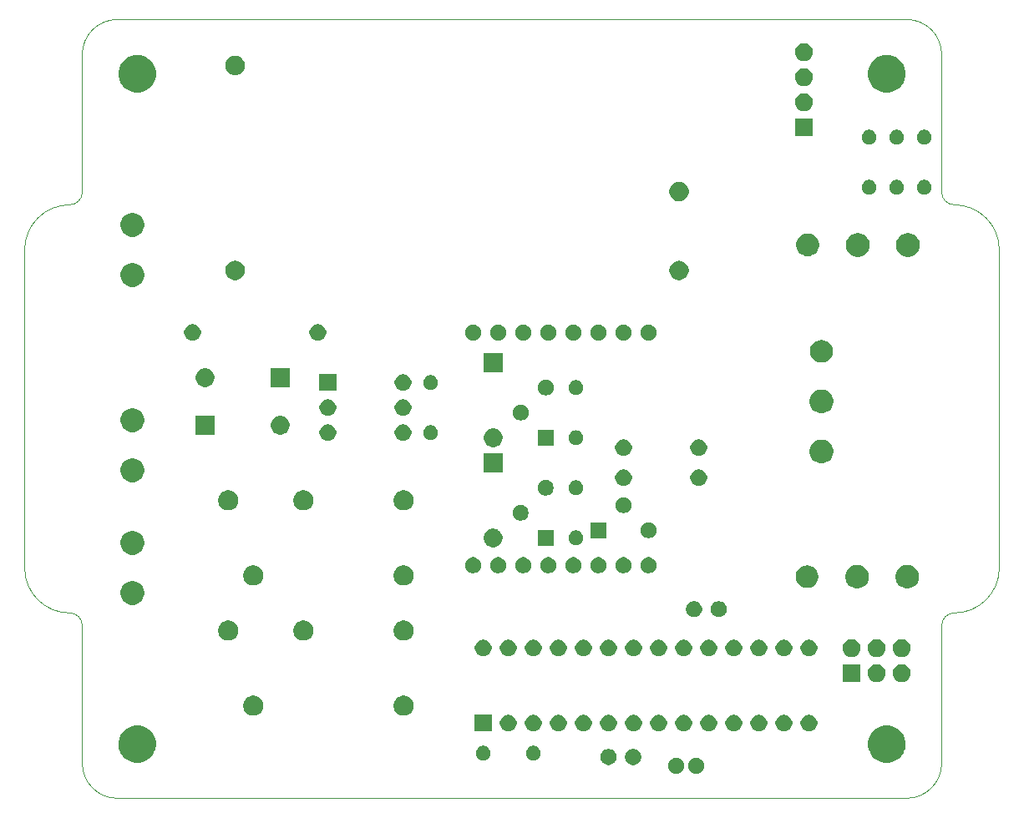
<source format=gbr>
G04 #@! TF.GenerationSoftware,KiCad,Pcbnew,(5.1.5)-3*
G04 #@! TF.CreationDate,2020-06-25T17:10:35+03:00*
G04 #@! TF.ProjectId,genv01_2,67656e76-3031-45f3-922e-6b696361645f,rev?*
G04 #@! TF.SameCoordinates,Original*
G04 #@! TF.FileFunction,Soldermask,Bot*
G04 #@! TF.FilePolarity,Negative*
%FSLAX46Y46*%
G04 Gerber Fmt 4.6, Leading zero omitted, Abs format (unit mm)*
G04 Created by KiCad (PCBNEW (5.1.5)-3) date 2020-06-25 17:10:35*
%MOMM*%
%LPD*%
G04 APERTURE LIST*
G04 #@! TA.AperFunction,Profile*
%ADD10C,0.050000*%
G04 #@! TD*
%ADD11C,0.150000*%
G04 APERTURE END LIST*
D10*
X110744000Y-54864000D02*
X190754000Y-54864000D01*
X110744000Y-133858000D02*
G75*
G02X107188000Y-130302000I0J3556000D01*
G01*
X107188000Y-130302000D02*
X107188000Y-116332000D01*
X107188000Y-58420000D02*
G75*
G02X110744000Y-54864000I3556000J0D01*
G01*
X194310000Y-72390000D02*
X194310000Y-58420000D01*
X105918000Y-115062000D02*
G75*
G02X101346000Y-110490000I0J4572000D01*
G01*
X200152000Y-110490000D02*
G75*
G02X195580000Y-115062000I-4572000J0D01*
G01*
X190754000Y-54864000D02*
G75*
G02X194310000Y-58420000I0J-3556000D01*
G01*
X194310000Y-116332000D02*
X194310000Y-130302000D01*
X190754000Y-133858000D02*
X110744000Y-133858000D01*
X105918000Y-115062000D02*
G75*
G02X107188000Y-116332000I0J-1270000D01*
G01*
X194310000Y-130302000D02*
G75*
G02X190754000Y-133858000I-3556000J0D01*
G01*
X107188000Y-72390000D02*
X107188000Y-58420000D01*
X107188000Y-72390000D02*
G75*
G02X105918000Y-73660000I-1270000J0D01*
G01*
X195580000Y-73660000D02*
G75*
G02X194310000Y-72390000I0J1270000D01*
G01*
X194310000Y-116332000D02*
G75*
G02X195580000Y-115062000I1270000J0D01*
G01*
X101346000Y-78232000D02*
G75*
G02X105918000Y-73660000I4572000J0D01*
G01*
X200152000Y-78232000D02*
X200152000Y-110490000D01*
X101346000Y-78232000D02*
X101346000Y-110490000D01*
X195580000Y-73660000D02*
G75*
G02X200152000Y-78232000I0J-4572000D01*
G01*
D11*
G36*
X169639142Y-129774242D02*
G01*
X169787101Y-129835529D01*
X169920255Y-129924499D01*
X170033501Y-130037745D01*
X170122471Y-130170899D01*
X170183758Y-130318858D01*
X170215000Y-130475925D01*
X170215000Y-130636075D01*
X170183758Y-130793142D01*
X170122471Y-130941101D01*
X170033501Y-131074255D01*
X169920255Y-131187501D01*
X169787101Y-131276471D01*
X169639142Y-131337758D01*
X169482075Y-131369000D01*
X169321925Y-131369000D01*
X169164858Y-131337758D01*
X169016899Y-131276471D01*
X168883745Y-131187501D01*
X168770499Y-131074255D01*
X168681529Y-130941101D01*
X168620242Y-130793142D01*
X168589000Y-130636075D01*
X168589000Y-130475925D01*
X168620242Y-130318858D01*
X168681529Y-130170899D01*
X168770499Y-130037745D01*
X168883745Y-129924499D01*
X169016899Y-129835529D01*
X169164858Y-129774242D01*
X169321925Y-129743000D01*
X169482075Y-129743000D01*
X169639142Y-129774242D01*
G37*
G36*
X167639142Y-129774242D02*
G01*
X167787101Y-129835529D01*
X167920255Y-129924499D01*
X168033501Y-130037745D01*
X168122471Y-130170899D01*
X168183758Y-130318858D01*
X168215000Y-130475925D01*
X168215000Y-130636075D01*
X168183758Y-130793142D01*
X168122471Y-130941101D01*
X168033501Y-131074255D01*
X167920255Y-131187501D01*
X167787101Y-131276471D01*
X167639142Y-131337758D01*
X167482075Y-131369000D01*
X167321925Y-131369000D01*
X167164858Y-131337758D01*
X167016899Y-131276471D01*
X166883745Y-131187501D01*
X166770499Y-131074255D01*
X166681529Y-130941101D01*
X166620242Y-130793142D01*
X166589000Y-130636075D01*
X166589000Y-130475925D01*
X166620242Y-130318858D01*
X166681529Y-130170899D01*
X166770499Y-130037745D01*
X166883745Y-129924499D01*
X167016899Y-129835529D01*
X167164858Y-129774242D01*
X167321925Y-129743000D01*
X167482075Y-129743000D01*
X167639142Y-129774242D01*
G37*
G36*
X163263142Y-128892242D02*
G01*
X163411101Y-128953529D01*
X163544255Y-129042499D01*
X163657501Y-129155745D01*
X163746471Y-129288899D01*
X163807758Y-129436858D01*
X163839000Y-129593925D01*
X163839000Y-129754075D01*
X163807758Y-129911142D01*
X163746471Y-130059101D01*
X163657501Y-130192255D01*
X163544255Y-130305501D01*
X163411101Y-130394471D01*
X163263142Y-130455758D01*
X163106075Y-130487000D01*
X162945925Y-130487000D01*
X162788858Y-130455758D01*
X162640899Y-130394471D01*
X162507745Y-130305501D01*
X162394499Y-130192255D01*
X162305529Y-130059101D01*
X162244242Y-129911142D01*
X162213000Y-129754075D01*
X162213000Y-129593925D01*
X162244242Y-129436858D01*
X162305529Y-129288899D01*
X162394499Y-129155745D01*
X162507745Y-129042499D01*
X162640899Y-128953529D01*
X162788858Y-128892242D01*
X162945925Y-128861000D01*
X163106075Y-128861000D01*
X163263142Y-128892242D01*
G37*
G36*
X160763142Y-128892242D02*
G01*
X160911101Y-128953529D01*
X161044255Y-129042499D01*
X161157501Y-129155745D01*
X161246471Y-129288899D01*
X161307758Y-129436858D01*
X161339000Y-129593925D01*
X161339000Y-129754075D01*
X161307758Y-129911142D01*
X161246471Y-130059101D01*
X161157501Y-130192255D01*
X161044255Y-130305501D01*
X160911101Y-130394471D01*
X160763142Y-130455758D01*
X160606075Y-130487000D01*
X160445925Y-130487000D01*
X160288858Y-130455758D01*
X160140899Y-130394471D01*
X160007745Y-130305501D01*
X159894499Y-130192255D01*
X159805529Y-130059101D01*
X159744242Y-129911142D01*
X159713000Y-129754075D01*
X159713000Y-129593925D01*
X159744242Y-129436858D01*
X159805529Y-129288899D01*
X159894499Y-129155745D01*
X160007745Y-129042499D01*
X160140899Y-128953529D01*
X160288858Y-128892242D01*
X160445925Y-128861000D01*
X160606075Y-128861000D01*
X160763142Y-128892242D01*
G37*
G36*
X113052008Y-126486228D02*
G01*
X113302501Y-126536054D01*
X113648461Y-126679356D01*
X113959817Y-126887397D01*
X114224603Y-127152183D01*
X114432644Y-127463539D01*
X114575946Y-127809499D01*
X114649000Y-128176768D01*
X114649000Y-128551232D01*
X114587384Y-128861000D01*
X114575946Y-128918500D01*
X114454361Y-129212033D01*
X114432644Y-129264461D01*
X114224603Y-129575817D01*
X113959817Y-129840603D01*
X113648461Y-130048644D01*
X113302501Y-130191946D01*
X112935233Y-130265000D01*
X112560767Y-130265000D01*
X112193499Y-130191946D01*
X111847539Y-130048644D01*
X111536183Y-129840603D01*
X111271397Y-129575817D01*
X111063356Y-129264461D01*
X111041640Y-129212033D01*
X110920054Y-128918500D01*
X110908617Y-128861000D01*
X110847000Y-128551232D01*
X110847000Y-128176768D01*
X110920054Y-127809499D01*
X111063356Y-127463539D01*
X111271397Y-127152183D01*
X111536183Y-126887397D01*
X111847539Y-126679356D01*
X112193499Y-126536054D01*
X112443992Y-126486228D01*
X112560767Y-126463000D01*
X112935233Y-126463000D01*
X113052008Y-126486228D01*
G37*
G36*
X189052008Y-126486228D02*
G01*
X189302501Y-126536054D01*
X189648461Y-126679356D01*
X189959817Y-126887397D01*
X190224603Y-127152183D01*
X190432644Y-127463539D01*
X190575946Y-127809499D01*
X190649000Y-128176768D01*
X190649000Y-128551232D01*
X190587384Y-128861000D01*
X190575946Y-128918500D01*
X190454361Y-129212033D01*
X190432644Y-129264461D01*
X190224603Y-129575817D01*
X189959817Y-129840603D01*
X189648461Y-130048644D01*
X189302501Y-130191946D01*
X188935233Y-130265000D01*
X188560767Y-130265000D01*
X188193499Y-130191946D01*
X187847539Y-130048644D01*
X187536183Y-129840603D01*
X187271397Y-129575817D01*
X187063356Y-129264461D01*
X187041640Y-129212033D01*
X186920054Y-128918500D01*
X186908617Y-128861000D01*
X186847000Y-128551232D01*
X186847000Y-128176768D01*
X186920054Y-127809499D01*
X187063356Y-127463539D01*
X187271397Y-127152183D01*
X187536183Y-126887397D01*
X187847539Y-126679356D01*
X188193499Y-126536054D01*
X188443992Y-126486228D01*
X188560767Y-126463000D01*
X188935233Y-126463000D01*
X189052008Y-126486228D01*
G37*
G36*
X148047059Y-128563860D02*
G01*
X148183732Y-128620472D01*
X148306735Y-128702660D01*
X148411340Y-128807265D01*
X148493528Y-128930268D01*
X148493529Y-128930270D01*
X148550140Y-129066941D01*
X148567804Y-129155743D01*
X148579000Y-129212033D01*
X148579000Y-129359967D01*
X148550140Y-129505059D01*
X148493528Y-129641732D01*
X148411340Y-129764735D01*
X148306735Y-129869340D01*
X148183732Y-129951528D01*
X148183731Y-129951529D01*
X148183730Y-129951529D01*
X148047059Y-130008140D01*
X147901968Y-130037000D01*
X147754032Y-130037000D01*
X147608941Y-130008140D01*
X147472270Y-129951529D01*
X147472269Y-129951529D01*
X147472268Y-129951528D01*
X147349265Y-129869340D01*
X147244660Y-129764735D01*
X147162472Y-129641732D01*
X147105860Y-129505059D01*
X147077000Y-129359967D01*
X147077000Y-129212033D01*
X147088197Y-129155743D01*
X147105860Y-129066941D01*
X147162471Y-128930270D01*
X147162472Y-128930268D01*
X147244660Y-128807265D01*
X147349265Y-128702660D01*
X147472268Y-128620472D01*
X147608941Y-128563860D01*
X147754032Y-128535000D01*
X147901968Y-128535000D01*
X148047059Y-128563860D01*
G37*
G36*
X153127059Y-128563860D02*
G01*
X153263732Y-128620472D01*
X153386735Y-128702660D01*
X153491340Y-128807265D01*
X153573528Y-128930268D01*
X153573529Y-128930270D01*
X153630140Y-129066941D01*
X153647804Y-129155743D01*
X153659000Y-129212033D01*
X153659000Y-129359967D01*
X153630140Y-129505059D01*
X153573528Y-129641732D01*
X153491340Y-129764735D01*
X153386735Y-129869340D01*
X153263732Y-129951528D01*
X153263731Y-129951529D01*
X153263730Y-129951529D01*
X153127059Y-130008140D01*
X152981968Y-130037000D01*
X152834032Y-130037000D01*
X152688941Y-130008140D01*
X152552270Y-129951529D01*
X152552269Y-129951529D01*
X152552268Y-129951528D01*
X152429265Y-129869340D01*
X152324660Y-129764735D01*
X152242472Y-129641732D01*
X152185860Y-129505059D01*
X152157000Y-129359967D01*
X152157000Y-129212033D01*
X152168197Y-129155743D01*
X152185860Y-129066941D01*
X152242471Y-128930270D01*
X152242472Y-128930268D01*
X152324660Y-128807265D01*
X152429265Y-128702660D01*
X152552268Y-128620472D01*
X152688941Y-128563860D01*
X152834032Y-128535000D01*
X152981968Y-128535000D01*
X153127059Y-128563860D01*
G37*
G36*
X155696228Y-125419703D02*
G01*
X155851100Y-125483853D01*
X155990481Y-125576985D01*
X156109015Y-125695519D01*
X156202147Y-125834900D01*
X156266297Y-125989772D01*
X156299000Y-126154184D01*
X156299000Y-126321816D01*
X156266297Y-126486228D01*
X156202147Y-126641100D01*
X156109015Y-126780481D01*
X155990481Y-126899015D01*
X155851100Y-126992147D01*
X155696228Y-127056297D01*
X155531816Y-127089000D01*
X155364184Y-127089000D01*
X155199772Y-127056297D01*
X155044900Y-126992147D01*
X154905519Y-126899015D01*
X154786985Y-126780481D01*
X154693853Y-126641100D01*
X154629703Y-126486228D01*
X154597000Y-126321816D01*
X154597000Y-126154184D01*
X154629703Y-125989772D01*
X154693853Y-125834900D01*
X154786985Y-125695519D01*
X154905519Y-125576985D01*
X155044900Y-125483853D01*
X155199772Y-125419703D01*
X155364184Y-125387000D01*
X155531816Y-125387000D01*
X155696228Y-125419703D01*
G37*
G36*
X150616228Y-125419703D02*
G01*
X150771100Y-125483853D01*
X150910481Y-125576985D01*
X151029015Y-125695519D01*
X151122147Y-125834900D01*
X151186297Y-125989772D01*
X151219000Y-126154184D01*
X151219000Y-126321816D01*
X151186297Y-126486228D01*
X151122147Y-126641100D01*
X151029015Y-126780481D01*
X150910481Y-126899015D01*
X150771100Y-126992147D01*
X150616228Y-127056297D01*
X150451816Y-127089000D01*
X150284184Y-127089000D01*
X150119772Y-127056297D01*
X149964900Y-126992147D01*
X149825519Y-126899015D01*
X149706985Y-126780481D01*
X149613853Y-126641100D01*
X149549703Y-126486228D01*
X149517000Y-126321816D01*
X149517000Y-126154184D01*
X149549703Y-125989772D01*
X149613853Y-125834900D01*
X149706985Y-125695519D01*
X149825519Y-125576985D01*
X149964900Y-125483853D01*
X150119772Y-125419703D01*
X150284184Y-125387000D01*
X150451816Y-125387000D01*
X150616228Y-125419703D01*
G37*
G36*
X153156228Y-125419703D02*
G01*
X153311100Y-125483853D01*
X153450481Y-125576985D01*
X153569015Y-125695519D01*
X153662147Y-125834900D01*
X153726297Y-125989772D01*
X153759000Y-126154184D01*
X153759000Y-126321816D01*
X153726297Y-126486228D01*
X153662147Y-126641100D01*
X153569015Y-126780481D01*
X153450481Y-126899015D01*
X153311100Y-126992147D01*
X153156228Y-127056297D01*
X152991816Y-127089000D01*
X152824184Y-127089000D01*
X152659772Y-127056297D01*
X152504900Y-126992147D01*
X152365519Y-126899015D01*
X152246985Y-126780481D01*
X152153853Y-126641100D01*
X152089703Y-126486228D01*
X152057000Y-126321816D01*
X152057000Y-126154184D01*
X152089703Y-125989772D01*
X152153853Y-125834900D01*
X152246985Y-125695519D01*
X152365519Y-125576985D01*
X152504900Y-125483853D01*
X152659772Y-125419703D01*
X152824184Y-125387000D01*
X152991816Y-125387000D01*
X153156228Y-125419703D01*
G37*
G36*
X158236228Y-125419703D02*
G01*
X158391100Y-125483853D01*
X158530481Y-125576985D01*
X158649015Y-125695519D01*
X158742147Y-125834900D01*
X158806297Y-125989772D01*
X158839000Y-126154184D01*
X158839000Y-126321816D01*
X158806297Y-126486228D01*
X158742147Y-126641100D01*
X158649015Y-126780481D01*
X158530481Y-126899015D01*
X158391100Y-126992147D01*
X158236228Y-127056297D01*
X158071816Y-127089000D01*
X157904184Y-127089000D01*
X157739772Y-127056297D01*
X157584900Y-126992147D01*
X157445519Y-126899015D01*
X157326985Y-126780481D01*
X157233853Y-126641100D01*
X157169703Y-126486228D01*
X157137000Y-126321816D01*
X157137000Y-126154184D01*
X157169703Y-125989772D01*
X157233853Y-125834900D01*
X157326985Y-125695519D01*
X157445519Y-125576985D01*
X157584900Y-125483853D01*
X157739772Y-125419703D01*
X157904184Y-125387000D01*
X158071816Y-125387000D01*
X158236228Y-125419703D01*
G37*
G36*
X160776228Y-125419703D02*
G01*
X160931100Y-125483853D01*
X161070481Y-125576985D01*
X161189015Y-125695519D01*
X161282147Y-125834900D01*
X161346297Y-125989772D01*
X161379000Y-126154184D01*
X161379000Y-126321816D01*
X161346297Y-126486228D01*
X161282147Y-126641100D01*
X161189015Y-126780481D01*
X161070481Y-126899015D01*
X160931100Y-126992147D01*
X160776228Y-127056297D01*
X160611816Y-127089000D01*
X160444184Y-127089000D01*
X160279772Y-127056297D01*
X160124900Y-126992147D01*
X159985519Y-126899015D01*
X159866985Y-126780481D01*
X159773853Y-126641100D01*
X159709703Y-126486228D01*
X159677000Y-126321816D01*
X159677000Y-126154184D01*
X159709703Y-125989772D01*
X159773853Y-125834900D01*
X159866985Y-125695519D01*
X159985519Y-125576985D01*
X160124900Y-125483853D01*
X160279772Y-125419703D01*
X160444184Y-125387000D01*
X160611816Y-125387000D01*
X160776228Y-125419703D01*
G37*
G36*
X163316228Y-125419703D02*
G01*
X163471100Y-125483853D01*
X163610481Y-125576985D01*
X163729015Y-125695519D01*
X163822147Y-125834900D01*
X163886297Y-125989772D01*
X163919000Y-126154184D01*
X163919000Y-126321816D01*
X163886297Y-126486228D01*
X163822147Y-126641100D01*
X163729015Y-126780481D01*
X163610481Y-126899015D01*
X163471100Y-126992147D01*
X163316228Y-127056297D01*
X163151816Y-127089000D01*
X162984184Y-127089000D01*
X162819772Y-127056297D01*
X162664900Y-126992147D01*
X162525519Y-126899015D01*
X162406985Y-126780481D01*
X162313853Y-126641100D01*
X162249703Y-126486228D01*
X162217000Y-126321816D01*
X162217000Y-126154184D01*
X162249703Y-125989772D01*
X162313853Y-125834900D01*
X162406985Y-125695519D01*
X162525519Y-125576985D01*
X162664900Y-125483853D01*
X162819772Y-125419703D01*
X162984184Y-125387000D01*
X163151816Y-125387000D01*
X163316228Y-125419703D01*
G37*
G36*
X165856228Y-125419703D02*
G01*
X166011100Y-125483853D01*
X166150481Y-125576985D01*
X166269015Y-125695519D01*
X166362147Y-125834900D01*
X166426297Y-125989772D01*
X166459000Y-126154184D01*
X166459000Y-126321816D01*
X166426297Y-126486228D01*
X166362147Y-126641100D01*
X166269015Y-126780481D01*
X166150481Y-126899015D01*
X166011100Y-126992147D01*
X165856228Y-127056297D01*
X165691816Y-127089000D01*
X165524184Y-127089000D01*
X165359772Y-127056297D01*
X165204900Y-126992147D01*
X165065519Y-126899015D01*
X164946985Y-126780481D01*
X164853853Y-126641100D01*
X164789703Y-126486228D01*
X164757000Y-126321816D01*
X164757000Y-126154184D01*
X164789703Y-125989772D01*
X164853853Y-125834900D01*
X164946985Y-125695519D01*
X165065519Y-125576985D01*
X165204900Y-125483853D01*
X165359772Y-125419703D01*
X165524184Y-125387000D01*
X165691816Y-125387000D01*
X165856228Y-125419703D01*
G37*
G36*
X170936228Y-125419703D02*
G01*
X171091100Y-125483853D01*
X171230481Y-125576985D01*
X171349015Y-125695519D01*
X171442147Y-125834900D01*
X171506297Y-125989772D01*
X171539000Y-126154184D01*
X171539000Y-126321816D01*
X171506297Y-126486228D01*
X171442147Y-126641100D01*
X171349015Y-126780481D01*
X171230481Y-126899015D01*
X171091100Y-126992147D01*
X170936228Y-127056297D01*
X170771816Y-127089000D01*
X170604184Y-127089000D01*
X170439772Y-127056297D01*
X170284900Y-126992147D01*
X170145519Y-126899015D01*
X170026985Y-126780481D01*
X169933853Y-126641100D01*
X169869703Y-126486228D01*
X169837000Y-126321816D01*
X169837000Y-126154184D01*
X169869703Y-125989772D01*
X169933853Y-125834900D01*
X170026985Y-125695519D01*
X170145519Y-125576985D01*
X170284900Y-125483853D01*
X170439772Y-125419703D01*
X170604184Y-125387000D01*
X170771816Y-125387000D01*
X170936228Y-125419703D01*
G37*
G36*
X173476228Y-125419703D02*
G01*
X173631100Y-125483853D01*
X173770481Y-125576985D01*
X173889015Y-125695519D01*
X173982147Y-125834900D01*
X174046297Y-125989772D01*
X174079000Y-126154184D01*
X174079000Y-126321816D01*
X174046297Y-126486228D01*
X173982147Y-126641100D01*
X173889015Y-126780481D01*
X173770481Y-126899015D01*
X173631100Y-126992147D01*
X173476228Y-127056297D01*
X173311816Y-127089000D01*
X173144184Y-127089000D01*
X172979772Y-127056297D01*
X172824900Y-126992147D01*
X172685519Y-126899015D01*
X172566985Y-126780481D01*
X172473853Y-126641100D01*
X172409703Y-126486228D01*
X172377000Y-126321816D01*
X172377000Y-126154184D01*
X172409703Y-125989772D01*
X172473853Y-125834900D01*
X172566985Y-125695519D01*
X172685519Y-125576985D01*
X172824900Y-125483853D01*
X172979772Y-125419703D01*
X173144184Y-125387000D01*
X173311816Y-125387000D01*
X173476228Y-125419703D01*
G37*
G36*
X176016228Y-125419703D02*
G01*
X176171100Y-125483853D01*
X176310481Y-125576985D01*
X176429015Y-125695519D01*
X176522147Y-125834900D01*
X176586297Y-125989772D01*
X176619000Y-126154184D01*
X176619000Y-126321816D01*
X176586297Y-126486228D01*
X176522147Y-126641100D01*
X176429015Y-126780481D01*
X176310481Y-126899015D01*
X176171100Y-126992147D01*
X176016228Y-127056297D01*
X175851816Y-127089000D01*
X175684184Y-127089000D01*
X175519772Y-127056297D01*
X175364900Y-126992147D01*
X175225519Y-126899015D01*
X175106985Y-126780481D01*
X175013853Y-126641100D01*
X174949703Y-126486228D01*
X174917000Y-126321816D01*
X174917000Y-126154184D01*
X174949703Y-125989772D01*
X175013853Y-125834900D01*
X175106985Y-125695519D01*
X175225519Y-125576985D01*
X175364900Y-125483853D01*
X175519772Y-125419703D01*
X175684184Y-125387000D01*
X175851816Y-125387000D01*
X176016228Y-125419703D01*
G37*
G36*
X148679000Y-127089000D02*
G01*
X146977000Y-127089000D01*
X146977000Y-125387000D01*
X148679000Y-125387000D01*
X148679000Y-127089000D01*
G37*
G36*
X178556228Y-125419703D02*
G01*
X178711100Y-125483853D01*
X178850481Y-125576985D01*
X178969015Y-125695519D01*
X179062147Y-125834900D01*
X179126297Y-125989772D01*
X179159000Y-126154184D01*
X179159000Y-126321816D01*
X179126297Y-126486228D01*
X179062147Y-126641100D01*
X178969015Y-126780481D01*
X178850481Y-126899015D01*
X178711100Y-126992147D01*
X178556228Y-127056297D01*
X178391816Y-127089000D01*
X178224184Y-127089000D01*
X178059772Y-127056297D01*
X177904900Y-126992147D01*
X177765519Y-126899015D01*
X177646985Y-126780481D01*
X177553853Y-126641100D01*
X177489703Y-126486228D01*
X177457000Y-126321816D01*
X177457000Y-126154184D01*
X177489703Y-125989772D01*
X177553853Y-125834900D01*
X177646985Y-125695519D01*
X177765519Y-125576985D01*
X177904900Y-125483853D01*
X178059772Y-125419703D01*
X178224184Y-125387000D01*
X178391816Y-125387000D01*
X178556228Y-125419703D01*
G37*
G36*
X181096228Y-125419703D02*
G01*
X181251100Y-125483853D01*
X181390481Y-125576985D01*
X181509015Y-125695519D01*
X181602147Y-125834900D01*
X181666297Y-125989772D01*
X181699000Y-126154184D01*
X181699000Y-126321816D01*
X181666297Y-126486228D01*
X181602147Y-126641100D01*
X181509015Y-126780481D01*
X181390481Y-126899015D01*
X181251100Y-126992147D01*
X181096228Y-127056297D01*
X180931816Y-127089000D01*
X180764184Y-127089000D01*
X180599772Y-127056297D01*
X180444900Y-126992147D01*
X180305519Y-126899015D01*
X180186985Y-126780481D01*
X180093853Y-126641100D01*
X180029703Y-126486228D01*
X179997000Y-126321816D01*
X179997000Y-126154184D01*
X180029703Y-125989772D01*
X180093853Y-125834900D01*
X180186985Y-125695519D01*
X180305519Y-125576985D01*
X180444900Y-125483853D01*
X180599772Y-125419703D01*
X180764184Y-125387000D01*
X180931816Y-125387000D01*
X181096228Y-125419703D01*
G37*
G36*
X168396228Y-125419703D02*
G01*
X168551100Y-125483853D01*
X168690481Y-125576985D01*
X168809015Y-125695519D01*
X168902147Y-125834900D01*
X168966297Y-125989772D01*
X168999000Y-126154184D01*
X168999000Y-126321816D01*
X168966297Y-126486228D01*
X168902147Y-126641100D01*
X168809015Y-126780481D01*
X168690481Y-126899015D01*
X168551100Y-126992147D01*
X168396228Y-127056297D01*
X168231816Y-127089000D01*
X168064184Y-127089000D01*
X167899772Y-127056297D01*
X167744900Y-126992147D01*
X167605519Y-126899015D01*
X167486985Y-126780481D01*
X167393853Y-126641100D01*
X167329703Y-126486228D01*
X167297000Y-126321816D01*
X167297000Y-126154184D01*
X167329703Y-125989772D01*
X167393853Y-125834900D01*
X167486985Y-125695519D01*
X167605519Y-125576985D01*
X167744900Y-125483853D01*
X167899772Y-125419703D01*
X168064184Y-125387000D01*
X168231816Y-125387000D01*
X168396228Y-125419703D01*
G37*
G36*
X124817272Y-123473428D02*
G01*
X125003991Y-123550770D01*
X125003993Y-123550771D01*
X125172037Y-123663054D01*
X125314946Y-123805963D01*
X125427229Y-123974007D01*
X125427230Y-123974009D01*
X125504572Y-124160728D01*
X125544000Y-124358947D01*
X125544000Y-124561053D01*
X125504572Y-124759272D01*
X125427230Y-124945991D01*
X125427229Y-124945993D01*
X125314946Y-125114037D01*
X125172037Y-125256946D01*
X125003993Y-125369229D01*
X125003992Y-125369230D01*
X125003991Y-125369230D01*
X124817272Y-125446572D01*
X124619053Y-125486000D01*
X124416947Y-125486000D01*
X124218728Y-125446572D01*
X124032009Y-125369230D01*
X124032008Y-125369230D01*
X124032007Y-125369229D01*
X123863963Y-125256946D01*
X123721054Y-125114037D01*
X123608771Y-124945993D01*
X123608770Y-124945991D01*
X123531428Y-124759272D01*
X123492000Y-124561053D01*
X123492000Y-124358947D01*
X123531428Y-124160728D01*
X123608770Y-123974009D01*
X123608771Y-123974007D01*
X123721054Y-123805963D01*
X123863963Y-123663054D01*
X124032007Y-123550771D01*
X124032009Y-123550770D01*
X124218728Y-123473428D01*
X124416947Y-123434000D01*
X124619053Y-123434000D01*
X124817272Y-123473428D01*
G37*
G36*
X140057272Y-123473428D02*
G01*
X140243991Y-123550770D01*
X140243993Y-123550771D01*
X140412037Y-123663054D01*
X140554946Y-123805963D01*
X140667229Y-123974007D01*
X140667230Y-123974009D01*
X140744572Y-124160728D01*
X140784000Y-124358947D01*
X140784000Y-124561053D01*
X140744572Y-124759272D01*
X140667230Y-124945991D01*
X140667229Y-124945993D01*
X140554946Y-125114037D01*
X140412037Y-125256946D01*
X140243993Y-125369229D01*
X140243992Y-125369230D01*
X140243991Y-125369230D01*
X140057272Y-125446572D01*
X139859053Y-125486000D01*
X139656947Y-125486000D01*
X139458728Y-125446572D01*
X139272009Y-125369230D01*
X139272008Y-125369230D01*
X139272007Y-125369229D01*
X139103963Y-125256946D01*
X138961054Y-125114037D01*
X138848771Y-124945993D01*
X138848770Y-124945991D01*
X138771428Y-124759272D01*
X138732000Y-124561053D01*
X138732000Y-124358947D01*
X138771428Y-124160728D01*
X138848770Y-123974009D01*
X138848771Y-123974007D01*
X138961054Y-123805963D01*
X139103963Y-123663054D01*
X139272007Y-123550771D01*
X139272009Y-123550770D01*
X139458728Y-123473428D01*
X139656947Y-123434000D01*
X139859053Y-123434000D01*
X140057272Y-123473428D01*
G37*
G36*
X190359512Y-120261927D02*
G01*
X190508812Y-120291624D01*
X190672784Y-120359544D01*
X190820354Y-120458147D01*
X190945853Y-120583646D01*
X191044456Y-120731216D01*
X191112376Y-120895188D01*
X191147000Y-121069259D01*
X191147000Y-121246741D01*
X191112376Y-121420812D01*
X191044456Y-121584784D01*
X190945853Y-121732354D01*
X190820354Y-121857853D01*
X190672784Y-121956456D01*
X190508812Y-122024376D01*
X190359512Y-122054073D01*
X190334742Y-122059000D01*
X190157258Y-122059000D01*
X190132488Y-122054073D01*
X189983188Y-122024376D01*
X189819216Y-121956456D01*
X189671646Y-121857853D01*
X189546147Y-121732354D01*
X189447544Y-121584784D01*
X189379624Y-121420812D01*
X189345000Y-121246741D01*
X189345000Y-121069259D01*
X189379624Y-120895188D01*
X189447544Y-120731216D01*
X189546147Y-120583646D01*
X189671646Y-120458147D01*
X189819216Y-120359544D01*
X189983188Y-120291624D01*
X190132488Y-120261927D01*
X190157258Y-120257000D01*
X190334742Y-120257000D01*
X190359512Y-120261927D01*
G37*
G36*
X187819512Y-120261927D02*
G01*
X187968812Y-120291624D01*
X188132784Y-120359544D01*
X188280354Y-120458147D01*
X188405853Y-120583646D01*
X188504456Y-120731216D01*
X188572376Y-120895188D01*
X188607000Y-121069259D01*
X188607000Y-121246741D01*
X188572376Y-121420812D01*
X188504456Y-121584784D01*
X188405853Y-121732354D01*
X188280354Y-121857853D01*
X188132784Y-121956456D01*
X187968812Y-122024376D01*
X187819512Y-122054073D01*
X187794742Y-122059000D01*
X187617258Y-122059000D01*
X187592488Y-122054073D01*
X187443188Y-122024376D01*
X187279216Y-121956456D01*
X187131646Y-121857853D01*
X187006147Y-121732354D01*
X186907544Y-121584784D01*
X186839624Y-121420812D01*
X186805000Y-121246741D01*
X186805000Y-121069259D01*
X186839624Y-120895188D01*
X186907544Y-120731216D01*
X187006147Y-120583646D01*
X187131646Y-120458147D01*
X187279216Y-120359544D01*
X187443188Y-120291624D01*
X187592488Y-120261927D01*
X187617258Y-120257000D01*
X187794742Y-120257000D01*
X187819512Y-120261927D01*
G37*
G36*
X186067000Y-122059000D02*
G01*
X184265000Y-122059000D01*
X184265000Y-120257000D01*
X186067000Y-120257000D01*
X186067000Y-122059000D01*
G37*
G36*
X190359512Y-117721927D02*
G01*
X190508812Y-117751624D01*
X190672784Y-117819544D01*
X190820354Y-117918147D01*
X190945853Y-118043646D01*
X191044456Y-118191216D01*
X191112376Y-118355188D01*
X191147000Y-118529259D01*
X191147000Y-118706741D01*
X191112376Y-118880812D01*
X191044456Y-119044784D01*
X190945853Y-119192354D01*
X190820354Y-119317853D01*
X190672784Y-119416456D01*
X190508812Y-119484376D01*
X190359512Y-119514073D01*
X190334742Y-119519000D01*
X190157258Y-119519000D01*
X190132488Y-119514073D01*
X189983188Y-119484376D01*
X189819216Y-119416456D01*
X189671646Y-119317853D01*
X189546147Y-119192354D01*
X189447544Y-119044784D01*
X189379624Y-118880812D01*
X189345000Y-118706741D01*
X189345000Y-118529259D01*
X189379624Y-118355188D01*
X189447544Y-118191216D01*
X189546147Y-118043646D01*
X189671646Y-117918147D01*
X189819216Y-117819544D01*
X189983188Y-117751624D01*
X190132488Y-117721927D01*
X190157258Y-117717000D01*
X190334742Y-117717000D01*
X190359512Y-117721927D01*
G37*
G36*
X187819512Y-117721927D02*
G01*
X187968812Y-117751624D01*
X188132784Y-117819544D01*
X188280354Y-117918147D01*
X188405853Y-118043646D01*
X188504456Y-118191216D01*
X188572376Y-118355188D01*
X188607000Y-118529259D01*
X188607000Y-118706741D01*
X188572376Y-118880812D01*
X188504456Y-119044784D01*
X188405853Y-119192354D01*
X188280354Y-119317853D01*
X188132784Y-119416456D01*
X187968812Y-119484376D01*
X187819512Y-119514073D01*
X187794742Y-119519000D01*
X187617258Y-119519000D01*
X187592488Y-119514073D01*
X187443188Y-119484376D01*
X187279216Y-119416456D01*
X187131646Y-119317853D01*
X187006147Y-119192354D01*
X186907544Y-119044784D01*
X186839624Y-118880812D01*
X186805000Y-118706741D01*
X186805000Y-118529259D01*
X186839624Y-118355188D01*
X186907544Y-118191216D01*
X187006147Y-118043646D01*
X187131646Y-117918147D01*
X187279216Y-117819544D01*
X187443188Y-117751624D01*
X187592488Y-117721927D01*
X187617258Y-117717000D01*
X187794742Y-117717000D01*
X187819512Y-117721927D01*
G37*
G36*
X185279512Y-117721927D02*
G01*
X185428812Y-117751624D01*
X185592784Y-117819544D01*
X185740354Y-117918147D01*
X185865853Y-118043646D01*
X185964456Y-118191216D01*
X186032376Y-118355188D01*
X186067000Y-118529259D01*
X186067000Y-118706741D01*
X186032376Y-118880812D01*
X185964456Y-119044784D01*
X185865853Y-119192354D01*
X185740354Y-119317853D01*
X185592784Y-119416456D01*
X185428812Y-119484376D01*
X185279512Y-119514073D01*
X185254742Y-119519000D01*
X185077258Y-119519000D01*
X185052488Y-119514073D01*
X184903188Y-119484376D01*
X184739216Y-119416456D01*
X184591646Y-119317853D01*
X184466147Y-119192354D01*
X184367544Y-119044784D01*
X184299624Y-118880812D01*
X184265000Y-118706741D01*
X184265000Y-118529259D01*
X184299624Y-118355188D01*
X184367544Y-118191216D01*
X184466147Y-118043646D01*
X184591646Y-117918147D01*
X184739216Y-117819544D01*
X184903188Y-117751624D01*
X185052488Y-117721927D01*
X185077258Y-117717000D01*
X185254742Y-117717000D01*
X185279512Y-117721927D01*
G37*
G36*
X165856228Y-117799703D02*
G01*
X166011100Y-117863853D01*
X166150481Y-117956985D01*
X166269015Y-118075519D01*
X166362147Y-118214900D01*
X166426297Y-118369772D01*
X166459000Y-118534184D01*
X166459000Y-118701816D01*
X166426297Y-118866228D01*
X166362147Y-119021100D01*
X166269015Y-119160481D01*
X166150481Y-119279015D01*
X166011100Y-119372147D01*
X165856228Y-119436297D01*
X165691816Y-119469000D01*
X165524184Y-119469000D01*
X165359772Y-119436297D01*
X165204900Y-119372147D01*
X165065519Y-119279015D01*
X164946985Y-119160481D01*
X164853853Y-119021100D01*
X164789703Y-118866228D01*
X164757000Y-118701816D01*
X164757000Y-118534184D01*
X164789703Y-118369772D01*
X164853853Y-118214900D01*
X164946985Y-118075519D01*
X165065519Y-117956985D01*
X165204900Y-117863853D01*
X165359772Y-117799703D01*
X165524184Y-117767000D01*
X165691816Y-117767000D01*
X165856228Y-117799703D01*
G37*
G36*
X168396228Y-117799703D02*
G01*
X168551100Y-117863853D01*
X168690481Y-117956985D01*
X168809015Y-118075519D01*
X168902147Y-118214900D01*
X168966297Y-118369772D01*
X168999000Y-118534184D01*
X168999000Y-118701816D01*
X168966297Y-118866228D01*
X168902147Y-119021100D01*
X168809015Y-119160481D01*
X168690481Y-119279015D01*
X168551100Y-119372147D01*
X168396228Y-119436297D01*
X168231816Y-119469000D01*
X168064184Y-119469000D01*
X167899772Y-119436297D01*
X167744900Y-119372147D01*
X167605519Y-119279015D01*
X167486985Y-119160481D01*
X167393853Y-119021100D01*
X167329703Y-118866228D01*
X167297000Y-118701816D01*
X167297000Y-118534184D01*
X167329703Y-118369772D01*
X167393853Y-118214900D01*
X167486985Y-118075519D01*
X167605519Y-117956985D01*
X167744900Y-117863853D01*
X167899772Y-117799703D01*
X168064184Y-117767000D01*
X168231816Y-117767000D01*
X168396228Y-117799703D01*
G37*
G36*
X170936228Y-117799703D02*
G01*
X171091100Y-117863853D01*
X171230481Y-117956985D01*
X171349015Y-118075519D01*
X171442147Y-118214900D01*
X171506297Y-118369772D01*
X171539000Y-118534184D01*
X171539000Y-118701816D01*
X171506297Y-118866228D01*
X171442147Y-119021100D01*
X171349015Y-119160481D01*
X171230481Y-119279015D01*
X171091100Y-119372147D01*
X170936228Y-119436297D01*
X170771816Y-119469000D01*
X170604184Y-119469000D01*
X170439772Y-119436297D01*
X170284900Y-119372147D01*
X170145519Y-119279015D01*
X170026985Y-119160481D01*
X169933853Y-119021100D01*
X169869703Y-118866228D01*
X169837000Y-118701816D01*
X169837000Y-118534184D01*
X169869703Y-118369772D01*
X169933853Y-118214900D01*
X170026985Y-118075519D01*
X170145519Y-117956985D01*
X170284900Y-117863853D01*
X170439772Y-117799703D01*
X170604184Y-117767000D01*
X170771816Y-117767000D01*
X170936228Y-117799703D01*
G37*
G36*
X163316228Y-117799703D02*
G01*
X163471100Y-117863853D01*
X163610481Y-117956985D01*
X163729015Y-118075519D01*
X163822147Y-118214900D01*
X163886297Y-118369772D01*
X163919000Y-118534184D01*
X163919000Y-118701816D01*
X163886297Y-118866228D01*
X163822147Y-119021100D01*
X163729015Y-119160481D01*
X163610481Y-119279015D01*
X163471100Y-119372147D01*
X163316228Y-119436297D01*
X163151816Y-119469000D01*
X162984184Y-119469000D01*
X162819772Y-119436297D01*
X162664900Y-119372147D01*
X162525519Y-119279015D01*
X162406985Y-119160481D01*
X162313853Y-119021100D01*
X162249703Y-118866228D01*
X162217000Y-118701816D01*
X162217000Y-118534184D01*
X162249703Y-118369772D01*
X162313853Y-118214900D01*
X162406985Y-118075519D01*
X162525519Y-117956985D01*
X162664900Y-117863853D01*
X162819772Y-117799703D01*
X162984184Y-117767000D01*
X163151816Y-117767000D01*
X163316228Y-117799703D01*
G37*
G36*
X173476228Y-117799703D02*
G01*
X173631100Y-117863853D01*
X173770481Y-117956985D01*
X173889015Y-118075519D01*
X173982147Y-118214900D01*
X174046297Y-118369772D01*
X174079000Y-118534184D01*
X174079000Y-118701816D01*
X174046297Y-118866228D01*
X173982147Y-119021100D01*
X173889015Y-119160481D01*
X173770481Y-119279015D01*
X173631100Y-119372147D01*
X173476228Y-119436297D01*
X173311816Y-119469000D01*
X173144184Y-119469000D01*
X172979772Y-119436297D01*
X172824900Y-119372147D01*
X172685519Y-119279015D01*
X172566985Y-119160481D01*
X172473853Y-119021100D01*
X172409703Y-118866228D01*
X172377000Y-118701816D01*
X172377000Y-118534184D01*
X172409703Y-118369772D01*
X172473853Y-118214900D01*
X172566985Y-118075519D01*
X172685519Y-117956985D01*
X172824900Y-117863853D01*
X172979772Y-117799703D01*
X173144184Y-117767000D01*
X173311816Y-117767000D01*
X173476228Y-117799703D01*
G37*
G36*
X148076228Y-117799703D02*
G01*
X148231100Y-117863853D01*
X148370481Y-117956985D01*
X148489015Y-118075519D01*
X148582147Y-118214900D01*
X148646297Y-118369772D01*
X148679000Y-118534184D01*
X148679000Y-118701816D01*
X148646297Y-118866228D01*
X148582147Y-119021100D01*
X148489015Y-119160481D01*
X148370481Y-119279015D01*
X148231100Y-119372147D01*
X148076228Y-119436297D01*
X147911816Y-119469000D01*
X147744184Y-119469000D01*
X147579772Y-119436297D01*
X147424900Y-119372147D01*
X147285519Y-119279015D01*
X147166985Y-119160481D01*
X147073853Y-119021100D01*
X147009703Y-118866228D01*
X146977000Y-118701816D01*
X146977000Y-118534184D01*
X147009703Y-118369772D01*
X147073853Y-118214900D01*
X147166985Y-118075519D01*
X147285519Y-117956985D01*
X147424900Y-117863853D01*
X147579772Y-117799703D01*
X147744184Y-117767000D01*
X147911816Y-117767000D01*
X148076228Y-117799703D01*
G37*
G36*
X178556228Y-117799703D02*
G01*
X178711100Y-117863853D01*
X178850481Y-117956985D01*
X178969015Y-118075519D01*
X179062147Y-118214900D01*
X179126297Y-118369772D01*
X179159000Y-118534184D01*
X179159000Y-118701816D01*
X179126297Y-118866228D01*
X179062147Y-119021100D01*
X178969015Y-119160481D01*
X178850481Y-119279015D01*
X178711100Y-119372147D01*
X178556228Y-119436297D01*
X178391816Y-119469000D01*
X178224184Y-119469000D01*
X178059772Y-119436297D01*
X177904900Y-119372147D01*
X177765519Y-119279015D01*
X177646985Y-119160481D01*
X177553853Y-119021100D01*
X177489703Y-118866228D01*
X177457000Y-118701816D01*
X177457000Y-118534184D01*
X177489703Y-118369772D01*
X177553853Y-118214900D01*
X177646985Y-118075519D01*
X177765519Y-117956985D01*
X177904900Y-117863853D01*
X178059772Y-117799703D01*
X178224184Y-117767000D01*
X178391816Y-117767000D01*
X178556228Y-117799703D01*
G37*
G36*
X181096228Y-117799703D02*
G01*
X181251100Y-117863853D01*
X181390481Y-117956985D01*
X181509015Y-118075519D01*
X181602147Y-118214900D01*
X181666297Y-118369772D01*
X181699000Y-118534184D01*
X181699000Y-118701816D01*
X181666297Y-118866228D01*
X181602147Y-119021100D01*
X181509015Y-119160481D01*
X181390481Y-119279015D01*
X181251100Y-119372147D01*
X181096228Y-119436297D01*
X180931816Y-119469000D01*
X180764184Y-119469000D01*
X180599772Y-119436297D01*
X180444900Y-119372147D01*
X180305519Y-119279015D01*
X180186985Y-119160481D01*
X180093853Y-119021100D01*
X180029703Y-118866228D01*
X179997000Y-118701816D01*
X179997000Y-118534184D01*
X180029703Y-118369772D01*
X180093853Y-118214900D01*
X180186985Y-118075519D01*
X180305519Y-117956985D01*
X180444900Y-117863853D01*
X180599772Y-117799703D01*
X180764184Y-117767000D01*
X180931816Y-117767000D01*
X181096228Y-117799703D01*
G37*
G36*
X153156228Y-117799703D02*
G01*
X153311100Y-117863853D01*
X153450481Y-117956985D01*
X153569015Y-118075519D01*
X153662147Y-118214900D01*
X153726297Y-118369772D01*
X153759000Y-118534184D01*
X153759000Y-118701816D01*
X153726297Y-118866228D01*
X153662147Y-119021100D01*
X153569015Y-119160481D01*
X153450481Y-119279015D01*
X153311100Y-119372147D01*
X153156228Y-119436297D01*
X152991816Y-119469000D01*
X152824184Y-119469000D01*
X152659772Y-119436297D01*
X152504900Y-119372147D01*
X152365519Y-119279015D01*
X152246985Y-119160481D01*
X152153853Y-119021100D01*
X152089703Y-118866228D01*
X152057000Y-118701816D01*
X152057000Y-118534184D01*
X152089703Y-118369772D01*
X152153853Y-118214900D01*
X152246985Y-118075519D01*
X152365519Y-117956985D01*
X152504900Y-117863853D01*
X152659772Y-117799703D01*
X152824184Y-117767000D01*
X152991816Y-117767000D01*
X153156228Y-117799703D01*
G37*
G36*
X155696228Y-117799703D02*
G01*
X155851100Y-117863853D01*
X155990481Y-117956985D01*
X156109015Y-118075519D01*
X156202147Y-118214900D01*
X156266297Y-118369772D01*
X156299000Y-118534184D01*
X156299000Y-118701816D01*
X156266297Y-118866228D01*
X156202147Y-119021100D01*
X156109015Y-119160481D01*
X155990481Y-119279015D01*
X155851100Y-119372147D01*
X155696228Y-119436297D01*
X155531816Y-119469000D01*
X155364184Y-119469000D01*
X155199772Y-119436297D01*
X155044900Y-119372147D01*
X154905519Y-119279015D01*
X154786985Y-119160481D01*
X154693853Y-119021100D01*
X154629703Y-118866228D01*
X154597000Y-118701816D01*
X154597000Y-118534184D01*
X154629703Y-118369772D01*
X154693853Y-118214900D01*
X154786985Y-118075519D01*
X154905519Y-117956985D01*
X155044900Y-117863853D01*
X155199772Y-117799703D01*
X155364184Y-117767000D01*
X155531816Y-117767000D01*
X155696228Y-117799703D01*
G37*
G36*
X160776228Y-117799703D02*
G01*
X160931100Y-117863853D01*
X161070481Y-117956985D01*
X161189015Y-118075519D01*
X161282147Y-118214900D01*
X161346297Y-118369772D01*
X161379000Y-118534184D01*
X161379000Y-118701816D01*
X161346297Y-118866228D01*
X161282147Y-119021100D01*
X161189015Y-119160481D01*
X161070481Y-119279015D01*
X160931100Y-119372147D01*
X160776228Y-119436297D01*
X160611816Y-119469000D01*
X160444184Y-119469000D01*
X160279772Y-119436297D01*
X160124900Y-119372147D01*
X159985519Y-119279015D01*
X159866985Y-119160481D01*
X159773853Y-119021100D01*
X159709703Y-118866228D01*
X159677000Y-118701816D01*
X159677000Y-118534184D01*
X159709703Y-118369772D01*
X159773853Y-118214900D01*
X159866985Y-118075519D01*
X159985519Y-117956985D01*
X160124900Y-117863853D01*
X160279772Y-117799703D01*
X160444184Y-117767000D01*
X160611816Y-117767000D01*
X160776228Y-117799703D01*
G37*
G36*
X158236228Y-117799703D02*
G01*
X158391100Y-117863853D01*
X158530481Y-117956985D01*
X158649015Y-118075519D01*
X158742147Y-118214900D01*
X158806297Y-118369772D01*
X158839000Y-118534184D01*
X158839000Y-118701816D01*
X158806297Y-118866228D01*
X158742147Y-119021100D01*
X158649015Y-119160481D01*
X158530481Y-119279015D01*
X158391100Y-119372147D01*
X158236228Y-119436297D01*
X158071816Y-119469000D01*
X157904184Y-119469000D01*
X157739772Y-119436297D01*
X157584900Y-119372147D01*
X157445519Y-119279015D01*
X157326985Y-119160481D01*
X157233853Y-119021100D01*
X157169703Y-118866228D01*
X157137000Y-118701816D01*
X157137000Y-118534184D01*
X157169703Y-118369772D01*
X157233853Y-118214900D01*
X157326985Y-118075519D01*
X157445519Y-117956985D01*
X157584900Y-117863853D01*
X157739772Y-117799703D01*
X157904184Y-117767000D01*
X158071816Y-117767000D01*
X158236228Y-117799703D01*
G37*
G36*
X150616228Y-117799703D02*
G01*
X150771100Y-117863853D01*
X150910481Y-117956985D01*
X151029015Y-118075519D01*
X151122147Y-118214900D01*
X151186297Y-118369772D01*
X151219000Y-118534184D01*
X151219000Y-118701816D01*
X151186297Y-118866228D01*
X151122147Y-119021100D01*
X151029015Y-119160481D01*
X150910481Y-119279015D01*
X150771100Y-119372147D01*
X150616228Y-119436297D01*
X150451816Y-119469000D01*
X150284184Y-119469000D01*
X150119772Y-119436297D01*
X149964900Y-119372147D01*
X149825519Y-119279015D01*
X149706985Y-119160481D01*
X149613853Y-119021100D01*
X149549703Y-118866228D01*
X149517000Y-118701816D01*
X149517000Y-118534184D01*
X149549703Y-118369772D01*
X149613853Y-118214900D01*
X149706985Y-118075519D01*
X149825519Y-117956985D01*
X149964900Y-117863853D01*
X150119772Y-117799703D01*
X150284184Y-117767000D01*
X150451816Y-117767000D01*
X150616228Y-117799703D01*
G37*
G36*
X176016228Y-117799703D02*
G01*
X176171100Y-117863853D01*
X176310481Y-117956985D01*
X176429015Y-118075519D01*
X176522147Y-118214900D01*
X176586297Y-118369772D01*
X176619000Y-118534184D01*
X176619000Y-118701816D01*
X176586297Y-118866228D01*
X176522147Y-119021100D01*
X176429015Y-119160481D01*
X176310481Y-119279015D01*
X176171100Y-119372147D01*
X176016228Y-119436297D01*
X175851816Y-119469000D01*
X175684184Y-119469000D01*
X175519772Y-119436297D01*
X175364900Y-119372147D01*
X175225519Y-119279015D01*
X175106985Y-119160481D01*
X175013853Y-119021100D01*
X174949703Y-118866228D01*
X174917000Y-118701816D01*
X174917000Y-118534184D01*
X174949703Y-118369772D01*
X175013853Y-118214900D01*
X175106985Y-118075519D01*
X175225519Y-117956985D01*
X175364900Y-117863853D01*
X175519772Y-117799703D01*
X175684184Y-117767000D01*
X175851816Y-117767000D01*
X176016228Y-117799703D01*
G37*
G36*
X122277272Y-115853428D02*
G01*
X122463991Y-115930770D01*
X122463993Y-115930771D01*
X122632037Y-116043054D01*
X122774946Y-116185963D01*
X122887229Y-116354007D01*
X122887230Y-116354009D01*
X122964572Y-116540728D01*
X123004000Y-116738947D01*
X123004000Y-116941053D01*
X122964572Y-117139272D01*
X122887230Y-117325991D01*
X122887229Y-117325993D01*
X122774946Y-117494037D01*
X122632037Y-117636946D01*
X122463993Y-117749229D01*
X122463992Y-117749230D01*
X122463991Y-117749230D01*
X122277272Y-117826572D01*
X122079053Y-117866000D01*
X121876947Y-117866000D01*
X121678728Y-117826572D01*
X121492009Y-117749230D01*
X121492008Y-117749230D01*
X121492007Y-117749229D01*
X121323963Y-117636946D01*
X121181054Y-117494037D01*
X121068771Y-117325993D01*
X121068770Y-117325991D01*
X120991428Y-117139272D01*
X120952000Y-116941053D01*
X120952000Y-116738947D01*
X120991428Y-116540728D01*
X121068770Y-116354009D01*
X121068771Y-116354007D01*
X121181054Y-116185963D01*
X121323963Y-116043054D01*
X121492007Y-115930771D01*
X121492009Y-115930770D01*
X121678728Y-115853428D01*
X121876947Y-115814000D01*
X122079053Y-115814000D01*
X122277272Y-115853428D01*
G37*
G36*
X129897272Y-115853428D02*
G01*
X130083991Y-115930770D01*
X130083993Y-115930771D01*
X130252037Y-116043054D01*
X130394946Y-116185963D01*
X130507229Y-116354007D01*
X130507230Y-116354009D01*
X130584572Y-116540728D01*
X130624000Y-116738947D01*
X130624000Y-116941053D01*
X130584572Y-117139272D01*
X130507230Y-117325991D01*
X130507229Y-117325993D01*
X130394946Y-117494037D01*
X130252037Y-117636946D01*
X130083993Y-117749229D01*
X130083992Y-117749230D01*
X130083991Y-117749230D01*
X129897272Y-117826572D01*
X129699053Y-117866000D01*
X129496947Y-117866000D01*
X129298728Y-117826572D01*
X129112009Y-117749230D01*
X129112008Y-117749230D01*
X129112007Y-117749229D01*
X128943963Y-117636946D01*
X128801054Y-117494037D01*
X128688771Y-117325993D01*
X128688770Y-117325991D01*
X128611428Y-117139272D01*
X128572000Y-116941053D01*
X128572000Y-116738947D01*
X128611428Y-116540728D01*
X128688770Y-116354009D01*
X128688771Y-116354007D01*
X128801054Y-116185963D01*
X128943963Y-116043054D01*
X129112007Y-115930771D01*
X129112009Y-115930770D01*
X129298728Y-115853428D01*
X129496947Y-115814000D01*
X129699053Y-115814000D01*
X129897272Y-115853428D01*
G37*
G36*
X140057272Y-115853428D02*
G01*
X140243991Y-115930770D01*
X140243993Y-115930771D01*
X140412037Y-116043054D01*
X140554946Y-116185963D01*
X140667229Y-116354007D01*
X140667230Y-116354009D01*
X140744572Y-116540728D01*
X140784000Y-116738947D01*
X140784000Y-116941053D01*
X140744572Y-117139272D01*
X140667230Y-117325991D01*
X140667229Y-117325993D01*
X140554946Y-117494037D01*
X140412037Y-117636946D01*
X140243993Y-117749229D01*
X140243992Y-117749230D01*
X140243991Y-117749230D01*
X140057272Y-117826572D01*
X139859053Y-117866000D01*
X139656947Y-117866000D01*
X139458728Y-117826572D01*
X139272009Y-117749230D01*
X139272008Y-117749230D01*
X139272007Y-117749229D01*
X139103963Y-117636946D01*
X138961054Y-117494037D01*
X138848771Y-117325993D01*
X138848770Y-117325991D01*
X138771428Y-117139272D01*
X138732000Y-116941053D01*
X138732000Y-116738947D01*
X138771428Y-116540728D01*
X138848770Y-116354009D01*
X138848771Y-116354007D01*
X138961054Y-116185963D01*
X139103963Y-116043054D01*
X139272007Y-115930771D01*
X139272009Y-115930770D01*
X139458728Y-115853428D01*
X139656947Y-115814000D01*
X139859053Y-115814000D01*
X140057272Y-115853428D01*
G37*
G36*
X171943142Y-113892242D02*
G01*
X172091101Y-113953529D01*
X172224255Y-114042499D01*
X172337501Y-114155745D01*
X172426471Y-114288899D01*
X172487758Y-114436858D01*
X172519000Y-114593925D01*
X172519000Y-114754075D01*
X172487758Y-114911142D01*
X172426471Y-115059101D01*
X172337501Y-115192255D01*
X172224255Y-115305501D01*
X172091101Y-115394471D01*
X171943142Y-115455758D01*
X171786075Y-115487000D01*
X171625925Y-115487000D01*
X171468858Y-115455758D01*
X171320899Y-115394471D01*
X171187745Y-115305501D01*
X171074499Y-115192255D01*
X170985529Y-115059101D01*
X170924242Y-114911142D01*
X170893000Y-114754075D01*
X170893000Y-114593925D01*
X170924242Y-114436858D01*
X170985529Y-114288899D01*
X171074499Y-114155745D01*
X171187745Y-114042499D01*
X171320899Y-113953529D01*
X171468858Y-113892242D01*
X171625925Y-113861000D01*
X171786075Y-113861000D01*
X171943142Y-113892242D01*
G37*
G36*
X169443142Y-113892242D02*
G01*
X169591101Y-113953529D01*
X169724255Y-114042499D01*
X169837501Y-114155745D01*
X169926471Y-114288899D01*
X169987758Y-114436858D01*
X170019000Y-114593925D01*
X170019000Y-114754075D01*
X169987758Y-114911142D01*
X169926471Y-115059101D01*
X169837501Y-115192255D01*
X169724255Y-115305501D01*
X169591101Y-115394471D01*
X169443142Y-115455758D01*
X169286075Y-115487000D01*
X169125925Y-115487000D01*
X168968858Y-115455758D01*
X168820899Y-115394471D01*
X168687745Y-115305501D01*
X168574499Y-115192255D01*
X168485529Y-115059101D01*
X168424242Y-114911142D01*
X168393000Y-114754075D01*
X168393000Y-114593925D01*
X168424242Y-114436858D01*
X168485529Y-114288899D01*
X168574499Y-114155745D01*
X168687745Y-114042499D01*
X168820899Y-113953529D01*
X168968858Y-113892242D01*
X169125925Y-113861000D01*
X169286075Y-113861000D01*
X169443142Y-113892242D01*
G37*
G36*
X112618318Y-111875153D02*
G01*
X112736734Y-111924203D01*
X112836887Y-111965688D01*
X113033593Y-112097122D01*
X113200878Y-112264407D01*
X113320418Y-112443313D01*
X113332313Y-112461115D01*
X113422847Y-112679682D01*
X113469000Y-112911710D01*
X113469000Y-113148290D01*
X113422847Y-113380318D01*
X113332313Y-113598885D01*
X113332312Y-113598887D01*
X113200878Y-113795593D01*
X113033593Y-113962878D01*
X112836887Y-114094312D01*
X112836886Y-114094313D01*
X112836885Y-114094313D01*
X112618318Y-114184847D01*
X112386290Y-114231000D01*
X112149710Y-114231000D01*
X111917682Y-114184847D01*
X111699115Y-114094313D01*
X111699114Y-114094313D01*
X111699113Y-114094312D01*
X111502407Y-113962878D01*
X111335122Y-113795593D01*
X111203688Y-113598887D01*
X111203687Y-113598885D01*
X111113153Y-113380318D01*
X111067000Y-113148290D01*
X111067000Y-112911710D01*
X111113153Y-112679682D01*
X111203687Y-112461115D01*
X111215582Y-112443313D01*
X111335122Y-112264407D01*
X111502407Y-112097122D01*
X111699113Y-111965688D01*
X111799266Y-111924203D01*
X111917682Y-111875153D01*
X112149710Y-111829000D01*
X112386290Y-111829000D01*
X112618318Y-111875153D01*
G37*
G36*
X186087818Y-110224153D02*
G01*
X186306385Y-110314687D01*
X186306387Y-110314688D01*
X186503093Y-110446122D01*
X186670378Y-110613407D01*
X186801812Y-110810113D01*
X186801813Y-110810115D01*
X186892347Y-111028682D01*
X186938500Y-111260710D01*
X186938500Y-111497290D01*
X186892347Y-111729318D01*
X186819147Y-111906037D01*
X186801812Y-111947887D01*
X186670378Y-112144593D01*
X186503093Y-112311878D01*
X186306387Y-112443312D01*
X186306386Y-112443313D01*
X186306385Y-112443313D01*
X186087818Y-112533847D01*
X185855790Y-112580000D01*
X185619210Y-112580000D01*
X185387182Y-112533847D01*
X185168615Y-112443313D01*
X185168614Y-112443313D01*
X185168613Y-112443312D01*
X184971907Y-112311878D01*
X184804622Y-112144593D01*
X184673188Y-111947887D01*
X184655853Y-111906037D01*
X184582653Y-111729318D01*
X184536500Y-111497290D01*
X184536500Y-111260710D01*
X184582653Y-111028682D01*
X184673187Y-110810115D01*
X184673188Y-110810113D01*
X184804622Y-110613407D01*
X184971907Y-110446122D01*
X185168613Y-110314688D01*
X185168615Y-110314687D01*
X185387182Y-110224153D01*
X185619210Y-110178000D01*
X185855790Y-110178000D01*
X186087818Y-110224153D01*
G37*
G36*
X191167818Y-110224153D02*
G01*
X191386385Y-110314687D01*
X191386387Y-110314688D01*
X191583093Y-110446122D01*
X191750378Y-110613407D01*
X191881812Y-110810113D01*
X191881813Y-110810115D01*
X191972347Y-111028682D01*
X192018500Y-111260710D01*
X192018500Y-111497290D01*
X191972347Y-111729318D01*
X191899147Y-111906037D01*
X191881812Y-111947887D01*
X191750378Y-112144593D01*
X191583093Y-112311878D01*
X191386387Y-112443312D01*
X191386386Y-112443313D01*
X191386385Y-112443313D01*
X191167818Y-112533847D01*
X190935790Y-112580000D01*
X190699210Y-112580000D01*
X190467182Y-112533847D01*
X190248615Y-112443313D01*
X190248614Y-112443313D01*
X190248613Y-112443312D01*
X190051907Y-112311878D01*
X189884622Y-112144593D01*
X189753188Y-111947887D01*
X189735853Y-111906037D01*
X189662653Y-111729318D01*
X189616500Y-111497290D01*
X189616500Y-111260710D01*
X189662653Y-111028682D01*
X189753187Y-110810115D01*
X189753188Y-110810113D01*
X189884622Y-110613407D01*
X190051907Y-110446122D01*
X190248613Y-110314688D01*
X190248615Y-110314687D01*
X190467182Y-110224153D01*
X190699210Y-110178000D01*
X190935790Y-110178000D01*
X191167818Y-110224153D01*
G37*
G36*
X180882049Y-110250116D02*
G01*
X180993234Y-110272232D01*
X181202703Y-110358997D01*
X181391220Y-110484960D01*
X181551540Y-110645280D01*
X181677503Y-110833797D01*
X181764268Y-111043266D01*
X181808500Y-111265636D01*
X181808500Y-111492364D01*
X181764268Y-111714734D01*
X181677503Y-111924203D01*
X181551540Y-112112720D01*
X181391220Y-112273040D01*
X181202703Y-112399003D01*
X180993234Y-112485768D01*
X180882049Y-112507884D01*
X180770865Y-112530000D01*
X180544135Y-112530000D01*
X180432951Y-112507884D01*
X180321766Y-112485768D01*
X180112297Y-112399003D01*
X179923780Y-112273040D01*
X179763460Y-112112720D01*
X179637497Y-111924203D01*
X179550732Y-111714734D01*
X179506500Y-111492364D01*
X179506500Y-111265636D01*
X179550732Y-111043266D01*
X179637497Y-110833797D01*
X179763460Y-110645280D01*
X179923780Y-110484960D01*
X180112297Y-110358997D01*
X180321766Y-110272232D01*
X180432951Y-110250116D01*
X180544135Y-110228000D01*
X180770865Y-110228000D01*
X180882049Y-110250116D01*
G37*
G36*
X140057272Y-110265428D02*
G01*
X140176195Y-110314688D01*
X140243993Y-110342771D01*
X140412037Y-110455054D01*
X140554946Y-110597963D01*
X140644678Y-110732257D01*
X140667230Y-110766009D01*
X140744572Y-110952728D01*
X140784000Y-111150947D01*
X140784000Y-111353053D01*
X140744572Y-111551272D01*
X140676864Y-111714733D01*
X140667229Y-111737993D01*
X140554946Y-111906037D01*
X140412037Y-112048946D01*
X140243993Y-112161229D01*
X140243992Y-112161230D01*
X140243991Y-112161230D01*
X140057272Y-112238572D01*
X139859053Y-112278000D01*
X139656947Y-112278000D01*
X139458728Y-112238572D01*
X139272009Y-112161230D01*
X139272008Y-112161230D01*
X139272007Y-112161229D01*
X139103963Y-112048946D01*
X138961054Y-111906037D01*
X138848771Y-111737993D01*
X138839136Y-111714733D01*
X138771428Y-111551272D01*
X138732000Y-111353053D01*
X138732000Y-111150947D01*
X138771428Y-110952728D01*
X138848770Y-110766009D01*
X138871322Y-110732257D01*
X138961054Y-110597963D01*
X139103963Y-110455054D01*
X139272007Y-110342771D01*
X139339805Y-110314688D01*
X139458728Y-110265428D01*
X139656947Y-110226000D01*
X139859053Y-110226000D01*
X140057272Y-110265428D01*
G37*
G36*
X124817272Y-110265428D02*
G01*
X124936195Y-110314688D01*
X125003993Y-110342771D01*
X125172037Y-110455054D01*
X125314946Y-110597963D01*
X125404678Y-110732257D01*
X125427230Y-110766009D01*
X125504572Y-110952728D01*
X125544000Y-111150947D01*
X125544000Y-111353053D01*
X125504572Y-111551272D01*
X125436864Y-111714733D01*
X125427229Y-111737993D01*
X125314946Y-111906037D01*
X125172037Y-112048946D01*
X125003993Y-112161229D01*
X125003992Y-112161230D01*
X125003991Y-112161230D01*
X124817272Y-112238572D01*
X124619053Y-112278000D01*
X124416947Y-112278000D01*
X124218728Y-112238572D01*
X124032009Y-112161230D01*
X124032008Y-112161230D01*
X124032007Y-112161229D01*
X123863963Y-112048946D01*
X123721054Y-111906037D01*
X123608771Y-111737993D01*
X123599136Y-111714733D01*
X123531428Y-111551272D01*
X123492000Y-111353053D01*
X123492000Y-111150947D01*
X123531428Y-110952728D01*
X123608770Y-110766009D01*
X123631322Y-110732257D01*
X123721054Y-110597963D01*
X123863963Y-110455054D01*
X124032007Y-110342771D01*
X124099805Y-110314688D01*
X124218728Y-110265428D01*
X124416947Y-110226000D01*
X124619053Y-110226000D01*
X124817272Y-110265428D01*
G37*
G36*
X164817142Y-109432242D02*
G01*
X164965101Y-109493529D01*
X165098255Y-109582499D01*
X165211501Y-109695745D01*
X165300471Y-109828899D01*
X165361758Y-109976858D01*
X165393000Y-110133925D01*
X165393000Y-110294075D01*
X165361758Y-110451142D01*
X165300471Y-110599101D01*
X165211501Y-110732255D01*
X165098255Y-110845501D01*
X164965101Y-110934471D01*
X164817142Y-110995758D01*
X164660075Y-111027000D01*
X164499925Y-111027000D01*
X164342858Y-110995758D01*
X164194899Y-110934471D01*
X164061745Y-110845501D01*
X163948499Y-110732255D01*
X163859529Y-110599101D01*
X163798242Y-110451142D01*
X163767000Y-110294075D01*
X163767000Y-110133925D01*
X163798242Y-109976858D01*
X163859529Y-109828899D01*
X163948499Y-109695745D01*
X164061745Y-109582499D01*
X164194899Y-109493529D01*
X164342858Y-109432242D01*
X164499925Y-109401000D01*
X164660075Y-109401000D01*
X164817142Y-109432242D01*
G37*
G36*
X149577142Y-109432242D02*
G01*
X149725101Y-109493529D01*
X149858255Y-109582499D01*
X149971501Y-109695745D01*
X150060471Y-109828899D01*
X150121758Y-109976858D01*
X150153000Y-110133925D01*
X150153000Y-110294075D01*
X150121758Y-110451142D01*
X150060471Y-110599101D01*
X149971501Y-110732255D01*
X149858255Y-110845501D01*
X149725101Y-110934471D01*
X149577142Y-110995758D01*
X149420075Y-111027000D01*
X149259925Y-111027000D01*
X149102858Y-110995758D01*
X148954899Y-110934471D01*
X148821745Y-110845501D01*
X148708499Y-110732255D01*
X148619529Y-110599101D01*
X148558242Y-110451142D01*
X148527000Y-110294075D01*
X148527000Y-110133925D01*
X148558242Y-109976858D01*
X148619529Y-109828899D01*
X148708499Y-109695745D01*
X148821745Y-109582499D01*
X148954899Y-109493529D01*
X149102858Y-109432242D01*
X149259925Y-109401000D01*
X149420075Y-109401000D01*
X149577142Y-109432242D01*
G37*
G36*
X154657142Y-109432242D02*
G01*
X154805101Y-109493529D01*
X154938255Y-109582499D01*
X155051501Y-109695745D01*
X155140471Y-109828899D01*
X155201758Y-109976858D01*
X155233000Y-110133925D01*
X155233000Y-110294075D01*
X155201758Y-110451142D01*
X155140471Y-110599101D01*
X155051501Y-110732255D01*
X154938255Y-110845501D01*
X154805101Y-110934471D01*
X154657142Y-110995758D01*
X154500075Y-111027000D01*
X154339925Y-111027000D01*
X154182858Y-110995758D01*
X154034899Y-110934471D01*
X153901745Y-110845501D01*
X153788499Y-110732255D01*
X153699529Y-110599101D01*
X153638242Y-110451142D01*
X153607000Y-110294075D01*
X153607000Y-110133925D01*
X153638242Y-109976858D01*
X153699529Y-109828899D01*
X153788499Y-109695745D01*
X153901745Y-109582499D01*
X154034899Y-109493529D01*
X154182858Y-109432242D01*
X154339925Y-109401000D01*
X154500075Y-109401000D01*
X154657142Y-109432242D01*
G37*
G36*
X152117142Y-109432242D02*
G01*
X152265101Y-109493529D01*
X152398255Y-109582499D01*
X152511501Y-109695745D01*
X152600471Y-109828899D01*
X152661758Y-109976858D01*
X152693000Y-110133925D01*
X152693000Y-110294075D01*
X152661758Y-110451142D01*
X152600471Y-110599101D01*
X152511501Y-110732255D01*
X152398255Y-110845501D01*
X152265101Y-110934471D01*
X152117142Y-110995758D01*
X151960075Y-111027000D01*
X151799925Y-111027000D01*
X151642858Y-110995758D01*
X151494899Y-110934471D01*
X151361745Y-110845501D01*
X151248499Y-110732255D01*
X151159529Y-110599101D01*
X151098242Y-110451142D01*
X151067000Y-110294075D01*
X151067000Y-110133925D01*
X151098242Y-109976858D01*
X151159529Y-109828899D01*
X151248499Y-109695745D01*
X151361745Y-109582499D01*
X151494899Y-109493529D01*
X151642858Y-109432242D01*
X151799925Y-109401000D01*
X151960075Y-109401000D01*
X152117142Y-109432242D01*
G37*
G36*
X157197142Y-109432242D02*
G01*
X157345101Y-109493529D01*
X157478255Y-109582499D01*
X157591501Y-109695745D01*
X157680471Y-109828899D01*
X157741758Y-109976858D01*
X157773000Y-110133925D01*
X157773000Y-110294075D01*
X157741758Y-110451142D01*
X157680471Y-110599101D01*
X157591501Y-110732255D01*
X157478255Y-110845501D01*
X157345101Y-110934471D01*
X157197142Y-110995758D01*
X157040075Y-111027000D01*
X156879925Y-111027000D01*
X156722858Y-110995758D01*
X156574899Y-110934471D01*
X156441745Y-110845501D01*
X156328499Y-110732255D01*
X156239529Y-110599101D01*
X156178242Y-110451142D01*
X156147000Y-110294075D01*
X156147000Y-110133925D01*
X156178242Y-109976858D01*
X156239529Y-109828899D01*
X156328499Y-109695745D01*
X156441745Y-109582499D01*
X156574899Y-109493529D01*
X156722858Y-109432242D01*
X156879925Y-109401000D01*
X157040075Y-109401000D01*
X157197142Y-109432242D01*
G37*
G36*
X147037142Y-109432242D02*
G01*
X147185101Y-109493529D01*
X147318255Y-109582499D01*
X147431501Y-109695745D01*
X147520471Y-109828899D01*
X147581758Y-109976858D01*
X147613000Y-110133925D01*
X147613000Y-110294075D01*
X147581758Y-110451142D01*
X147520471Y-110599101D01*
X147431501Y-110732255D01*
X147318255Y-110845501D01*
X147185101Y-110934471D01*
X147037142Y-110995758D01*
X146880075Y-111027000D01*
X146719925Y-111027000D01*
X146562858Y-110995758D01*
X146414899Y-110934471D01*
X146281745Y-110845501D01*
X146168499Y-110732255D01*
X146079529Y-110599101D01*
X146018242Y-110451142D01*
X145987000Y-110294075D01*
X145987000Y-110133925D01*
X146018242Y-109976858D01*
X146079529Y-109828899D01*
X146168499Y-109695745D01*
X146281745Y-109582499D01*
X146414899Y-109493529D01*
X146562858Y-109432242D01*
X146719925Y-109401000D01*
X146880075Y-109401000D01*
X147037142Y-109432242D01*
G37*
G36*
X159737142Y-109432242D02*
G01*
X159885101Y-109493529D01*
X160018255Y-109582499D01*
X160131501Y-109695745D01*
X160220471Y-109828899D01*
X160281758Y-109976858D01*
X160313000Y-110133925D01*
X160313000Y-110294075D01*
X160281758Y-110451142D01*
X160220471Y-110599101D01*
X160131501Y-110732255D01*
X160018255Y-110845501D01*
X159885101Y-110934471D01*
X159737142Y-110995758D01*
X159580075Y-111027000D01*
X159419925Y-111027000D01*
X159262858Y-110995758D01*
X159114899Y-110934471D01*
X158981745Y-110845501D01*
X158868499Y-110732255D01*
X158779529Y-110599101D01*
X158718242Y-110451142D01*
X158687000Y-110294075D01*
X158687000Y-110133925D01*
X158718242Y-109976858D01*
X158779529Y-109828899D01*
X158868499Y-109695745D01*
X158981745Y-109582499D01*
X159114899Y-109493529D01*
X159262858Y-109432242D01*
X159419925Y-109401000D01*
X159580075Y-109401000D01*
X159737142Y-109432242D01*
G37*
G36*
X162277142Y-109432242D02*
G01*
X162425101Y-109493529D01*
X162558255Y-109582499D01*
X162671501Y-109695745D01*
X162760471Y-109828899D01*
X162821758Y-109976858D01*
X162853000Y-110133925D01*
X162853000Y-110294075D01*
X162821758Y-110451142D01*
X162760471Y-110599101D01*
X162671501Y-110732255D01*
X162558255Y-110845501D01*
X162425101Y-110934471D01*
X162277142Y-110995758D01*
X162120075Y-111027000D01*
X161959925Y-111027000D01*
X161802858Y-110995758D01*
X161654899Y-110934471D01*
X161521745Y-110845501D01*
X161408499Y-110732255D01*
X161319529Y-110599101D01*
X161258242Y-110451142D01*
X161227000Y-110294075D01*
X161227000Y-110133925D01*
X161258242Y-109976858D01*
X161319529Y-109828899D01*
X161408499Y-109695745D01*
X161521745Y-109582499D01*
X161654899Y-109493529D01*
X161802858Y-109432242D01*
X161959925Y-109401000D01*
X162120075Y-109401000D01*
X162277142Y-109432242D01*
G37*
G36*
X112618318Y-106795153D02*
G01*
X112771636Y-106858660D01*
X112836887Y-106885688D01*
X113033593Y-107017122D01*
X113200878Y-107184407D01*
X113323572Y-107368033D01*
X113332313Y-107381115D01*
X113422847Y-107599682D01*
X113469000Y-107831710D01*
X113469000Y-108068290D01*
X113422847Y-108300318D01*
X113332313Y-108518885D01*
X113332312Y-108518887D01*
X113200878Y-108715593D01*
X113033593Y-108882878D01*
X112836887Y-109014312D01*
X112836886Y-109014313D01*
X112836885Y-109014313D01*
X112618318Y-109104847D01*
X112386290Y-109151000D01*
X112149710Y-109151000D01*
X111917682Y-109104847D01*
X111699115Y-109014313D01*
X111699114Y-109014313D01*
X111699113Y-109014312D01*
X111502407Y-108882878D01*
X111335122Y-108715593D01*
X111203688Y-108518887D01*
X111203687Y-108518885D01*
X111113153Y-108300318D01*
X111067000Y-108068290D01*
X111067000Y-107831710D01*
X111113153Y-107599682D01*
X111203687Y-107381115D01*
X111212428Y-107368033D01*
X111335122Y-107184407D01*
X111502407Y-107017122D01*
X111699113Y-106885688D01*
X111764364Y-106858660D01*
X111917682Y-106795153D01*
X112149710Y-106749000D01*
X112386290Y-106749000D01*
X112618318Y-106795153D01*
G37*
G36*
X149105395Y-106527546D02*
G01*
X149278466Y-106599234D01*
X149340973Y-106641000D01*
X149434227Y-106703310D01*
X149566690Y-106835773D01*
X149600041Y-106885687D01*
X149670766Y-106991534D01*
X149742454Y-107164605D01*
X149779000Y-107348333D01*
X149779000Y-107535667D01*
X149742454Y-107719395D01*
X149670766Y-107892466D01*
X149651877Y-107920735D01*
X149566690Y-108048227D01*
X149434227Y-108180690D01*
X149355818Y-108233081D01*
X149278466Y-108284766D01*
X149105395Y-108356454D01*
X148921667Y-108393000D01*
X148734333Y-108393000D01*
X148550605Y-108356454D01*
X148377534Y-108284766D01*
X148300182Y-108233081D01*
X148221773Y-108180690D01*
X148089310Y-108048227D01*
X148004123Y-107920735D01*
X147985234Y-107892466D01*
X147913546Y-107719395D01*
X147877000Y-107535667D01*
X147877000Y-107348333D01*
X147913546Y-107164605D01*
X147985234Y-106991534D01*
X148055959Y-106885687D01*
X148089310Y-106835773D01*
X148221773Y-106703310D01*
X148315027Y-106641000D01*
X148377534Y-106599234D01*
X148550605Y-106527546D01*
X148734333Y-106491000D01*
X148921667Y-106491000D01*
X149105395Y-106527546D01*
G37*
G36*
X154963000Y-108243000D02*
G01*
X153361000Y-108243000D01*
X153361000Y-106641000D01*
X154963000Y-106641000D01*
X154963000Y-108243000D01*
G37*
G36*
X157445059Y-106719860D02*
G01*
X157539291Y-106758892D01*
X157581732Y-106776472D01*
X157704735Y-106858660D01*
X157809340Y-106963265D01*
X157891528Y-107086268D01*
X157948140Y-107222941D01*
X157977000Y-107368033D01*
X157977000Y-107515967D01*
X157948140Y-107661059D01*
X157891528Y-107797732D01*
X157809340Y-107920735D01*
X157704735Y-108025340D01*
X157581732Y-108107528D01*
X157581731Y-108107529D01*
X157581730Y-108107529D01*
X157445059Y-108164140D01*
X157299968Y-108193000D01*
X157152032Y-108193000D01*
X157006941Y-108164140D01*
X156870270Y-108107529D01*
X156870269Y-108107529D01*
X156870268Y-108107528D01*
X156747265Y-108025340D01*
X156642660Y-107920735D01*
X156560472Y-107797732D01*
X156503860Y-107661059D01*
X156475000Y-107515967D01*
X156475000Y-107368033D01*
X156503860Y-107222941D01*
X156560472Y-107086268D01*
X156642660Y-106963265D01*
X156747265Y-106858660D01*
X156870268Y-106776472D01*
X156912710Y-106758892D01*
X157006941Y-106719860D01*
X157152032Y-106691000D01*
X157299968Y-106691000D01*
X157445059Y-106719860D01*
G37*
G36*
X164825642Y-105909781D02*
G01*
X164971414Y-105970162D01*
X164971416Y-105970163D01*
X165102608Y-106057822D01*
X165214178Y-106169392D01*
X165301837Y-106300584D01*
X165301838Y-106300586D01*
X165362219Y-106446358D01*
X165393000Y-106601107D01*
X165393000Y-106758893D01*
X165362219Y-106913642D01*
X165329955Y-106991533D01*
X165301837Y-107059416D01*
X165214178Y-107190608D01*
X165102608Y-107302178D01*
X164971416Y-107389837D01*
X164971415Y-107389838D01*
X164971414Y-107389838D01*
X164825642Y-107450219D01*
X164670893Y-107481000D01*
X164513107Y-107481000D01*
X164358358Y-107450219D01*
X164212586Y-107389838D01*
X164212585Y-107389838D01*
X164212584Y-107389837D01*
X164081392Y-107302178D01*
X163969822Y-107190608D01*
X163882163Y-107059416D01*
X163854045Y-106991533D01*
X163821781Y-106913642D01*
X163791000Y-106758893D01*
X163791000Y-106601107D01*
X163821781Y-106446358D01*
X163882162Y-106300586D01*
X163882163Y-106300584D01*
X163969822Y-106169392D01*
X164081392Y-106057822D01*
X164212584Y-105970163D01*
X164212586Y-105970162D01*
X164358358Y-105909781D01*
X164513107Y-105879000D01*
X164670893Y-105879000D01*
X164825642Y-105909781D01*
G37*
G36*
X160313000Y-107481000D02*
G01*
X158711000Y-107481000D01*
X158711000Y-105879000D01*
X160313000Y-105879000D01*
X160313000Y-107481000D01*
G37*
G36*
X151855642Y-104131781D02*
G01*
X152001414Y-104192162D01*
X152001416Y-104192163D01*
X152132608Y-104279822D01*
X152244178Y-104391392D01*
X152329719Y-104519414D01*
X152331838Y-104522586D01*
X152392219Y-104668358D01*
X152423000Y-104823107D01*
X152423000Y-104980893D01*
X152392219Y-105135642D01*
X152331838Y-105281414D01*
X152331837Y-105281416D01*
X152244178Y-105412608D01*
X152132608Y-105524178D01*
X152001416Y-105611837D01*
X152001415Y-105611838D01*
X152001414Y-105611838D01*
X151855642Y-105672219D01*
X151700893Y-105703000D01*
X151543107Y-105703000D01*
X151388358Y-105672219D01*
X151242586Y-105611838D01*
X151242585Y-105611838D01*
X151242584Y-105611837D01*
X151111392Y-105524178D01*
X150999822Y-105412608D01*
X150912163Y-105281416D01*
X150912162Y-105281414D01*
X150851781Y-105135642D01*
X150821000Y-104980893D01*
X150821000Y-104823107D01*
X150851781Y-104668358D01*
X150912162Y-104522586D01*
X150914281Y-104519414D01*
X150999822Y-104391392D01*
X151111392Y-104279822D01*
X151242584Y-104192163D01*
X151242586Y-104192162D01*
X151388358Y-104131781D01*
X151543107Y-104101000D01*
X151700893Y-104101000D01*
X151855642Y-104131781D01*
G37*
G36*
X162285642Y-103369781D02*
G01*
X162431414Y-103430162D01*
X162431416Y-103430163D01*
X162562608Y-103517822D01*
X162674178Y-103629392D01*
X162761837Y-103760584D01*
X162761838Y-103760586D01*
X162822219Y-103906358D01*
X162853000Y-104061107D01*
X162853000Y-104218893D01*
X162822219Y-104373642D01*
X162814866Y-104391393D01*
X162761837Y-104519416D01*
X162674178Y-104650608D01*
X162562608Y-104762178D01*
X162431416Y-104849837D01*
X162431415Y-104849838D01*
X162431414Y-104849838D01*
X162285642Y-104910219D01*
X162130893Y-104941000D01*
X161973107Y-104941000D01*
X161818358Y-104910219D01*
X161672586Y-104849838D01*
X161672585Y-104849838D01*
X161672584Y-104849837D01*
X161541392Y-104762178D01*
X161429822Y-104650608D01*
X161342163Y-104519416D01*
X161289134Y-104391393D01*
X161281781Y-104373642D01*
X161251000Y-104218893D01*
X161251000Y-104061107D01*
X161281781Y-103906358D01*
X161342162Y-103760586D01*
X161342163Y-103760584D01*
X161429822Y-103629392D01*
X161541392Y-103517822D01*
X161672584Y-103430163D01*
X161672586Y-103430162D01*
X161818358Y-103369781D01*
X161973107Y-103339000D01*
X162130893Y-103339000D01*
X162285642Y-103369781D01*
G37*
G36*
X122277272Y-102645428D02*
G01*
X122451823Y-102717730D01*
X122463993Y-102722771D01*
X122632037Y-102835054D01*
X122774946Y-102977963D01*
X122878016Y-103132219D01*
X122887230Y-103146009D01*
X122964572Y-103332728D01*
X123004000Y-103530947D01*
X123004000Y-103733053D01*
X122964572Y-103931272D01*
X122910792Y-104061107D01*
X122887229Y-104117993D01*
X122774946Y-104286037D01*
X122632037Y-104428946D01*
X122463993Y-104541229D01*
X122463992Y-104541230D01*
X122463991Y-104541230D01*
X122277272Y-104618572D01*
X122079053Y-104658000D01*
X121876947Y-104658000D01*
X121678728Y-104618572D01*
X121492009Y-104541230D01*
X121492008Y-104541230D01*
X121492007Y-104541229D01*
X121323963Y-104428946D01*
X121181054Y-104286037D01*
X121068771Y-104117993D01*
X121045208Y-104061107D01*
X120991428Y-103931272D01*
X120952000Y-103733053D01*
X120952000Y-103530947D01*
X120991428Y-103332728D01*
X121068770Y-103146009D01*
X121077984Y-103132219D01*
X121181054Y-102977963D01*
X121323963Y-102835054D01*
X121492007Y-102722771D01*
X121504177Y-102717730D01*
X121678728Y-102645428D01*
X121876947Y-102606000D01*
X122079053Y-102606000D01*
X122277272Y-102645428D01*
G37*
G36*
X140057272Y-102645428D02*
G01*
X140231823Y-102717730D01*
X140243993Y-102722771D01*
X140412037Y-102835054D01*
X140554946Y-102977963D01*
X140658016Y-103132219D01*
X140667230Y-103146009D01*
X140744572Y-103332728D01*
X140784000Y-103530947D01*
X140784000Y-103733053D01*
X140744572Y-103931272D01*
X140690792Y-104061107D01*
X140667229Y-104117993D01*
X140554946Y-104286037D01*
X140412037Y-104428946D01*
X140243993Y-104541229D01*
X140243992Y-104541230D01*
X140243991Y-104541230D01*
X140057272Y-104618572D01*
X139859053Y-104658000D01*
X139656947Y-104658000D01*
X139458728Y-104618572D01*
X139272009Y-104541230D01*
X139272008Y-104541230D01*
X139272007Y-104541229D01*
X139103963Y-104428946D01*
X138961054Y-104286037D01*
X138848771Y-104117993D01*
X138825208Y-104061107D01*
X138771428Y-103931272D01*
X138732000Y-103733053D01*
X138732000Y-103530947D01*
X138771428Y-103332728D01*
X138848770Y-103146009D01*
X138857984Y-103132219D01*
X138961054Y-102977963D01*
X139103963Y-102835054D01*
X139272007Y-102722771D01*
X139284177Y-102717730D01*
X139458728Y-102645428D01*
X139656947Y-102606000D01*
X139859053Y-102606000D01*
X140057272Y-102645428D01*
G37*
G36*
X129897272Y-102645428D02*
G01*
X130071823Y-102717730D01*
X130083993Y-102722771D01*
X130252037Y-102835054D01*
X130394946Y-102977963D01*
X130498016Y-103132219D01*
X130507230Y-103146009D01*
X130584572Y-103332728D01*
X130624000Y-103530947D01*
X130624000Y-103733053D01*
X130584572Y-103931272D01*
X130530792Y-104061107D01*
X130507229Y-104117993D01*
X130394946Y-104286037D01*
X130252037Y-104428946D01*
X130083993Y-104541229D01*
X130083992Y-104541230D01*
X130083991Y-104541230D01*
X129897272Y-104618572D01*
X129699053Y-104658000D01*
X129496947Y-104658000D01*
X129298728Y-104618572D01*
X129112009Y-104541230D01*
X129112008Y-104541230D01*
X129112007Y-104541229D01*
X128943963Y-104428946D01*
X128801054Y-104286037D01*
X128688771Y-104117993D01*
X128665208Y-104061107D01*
X128611428Y-103931272D01*
X128572000Y-103733053D01*
X128572000Y-103530947D01*
X128611428Y-103332728D01*
X128688770Y-103146009D01*
X128697984Y-103132219D01*
X128801054Y-102977963D01*
X128943963Y-102835054D01*
X129112007Y-102722771D01*
X129124177Y-102717730D01*
X129298728Y-102645428D01*
X129496947Y-102606000D01*
X129699053Y-102606000D01*
X129897272Y-102645428D01*
G37*
G36*
X154395642Y-101591781D02*
G01*
X154541414Y-101652162D01*
X154541416Y-101652163D01*
X154672608Y-101739822D01*
X154784178Y-101851392D01*
X154871837Y-101982584D01*
X154871838Y-101982586D01*
X154932219Y-102128358D01*
X154963000Y-102283107D01*
X154963000Y-102440893D01*
X154932219Y-102595642D01*
X154879560Y-102722771D01*
X154871837Y-102741416D01*
X154784178Y-102872608D01*
X154672608Y-102984178D01*
X154541416Y-103071837D01*
X154541415Y-103071838D01*
X154541414Y-103071838D01*
X154395642Y-103132219D01*
X154240893Y-103163000D01*
X154083107Y-103163000D01*
X153928358Y-103132219D01*
X153782586Y-103071838D01*
X153782585Y-103071838D01*
X153782584Y-103071837D01*
X153651392Y-102984178D01*
X153539822Y-102872608D01*
X153452163Y-102741416D01*
X153444440Y-102722771D01*
X153391781Y-102595642D01*
X153361000Y-102440893D01*
X153361000Y-102283107D01*
X153391781Y-102128358D01*
X153452162Y-101982586D01*
X153452163Y-101982584D01*
X153539822Y-101851392D01*
X153651392Y-101739822D01*
X153782584Y-101652163D01*
X153782586Y-101652162D01*
X153928358Y-101591781D01*
X154083107Y-101561000D01*
X154240893Y-101561000D01*
X154395642Y-101591781D01*
G37*
G36*
X157445059Y-101639860D02*
G01*
X157581732Y-101696472D01*
X157704735Y-101778660D01*
X157809340Y-101883265D01*
X157812825Y-101888481D01*
X157891529Y-102006270D01*
X157948140Y-102142941D01*
X157977000Y-102288032D01*
X157977000Y-102435968D01*
X157976020Y-102440893D01*
X157948140Y-102581059D01*
X157891528Y-102717732D01*
X157809340Y-102840735D01*
X157704735Y-102945340D01*
X157581732Y-103027528D01*
X157581731Y-103027529D01*
X157581730Y-103027529D01*
X157445059Y-103084140D01*
X157299968Y-103113000D01*
X157152032Y-103113000D01*
X157006941Y-103084140D01*
X156870270Y-103027529D01*
X156870269Y-103027529D01*
X156870268Y-103027528D01*
X156747265Y-102945340D01*
X156642660Y-102840735D01*
X156560472Y-102717732D01*
X156503860Y-102581059D01*
X156475980Y-102440893D01*
X156475000Y-102435968D01*
X156475000Y-102288032D01*
X156503860Y-102142941D01*
X156560471Y-102006270D01*
X156639175Y-101888481D01*
X156642660Y-101883265D01*
X156747265Y-101778660D01*
X156870268Y-101696472D01*
X157006941Y-101639860D01*
X157152032Y-101611000D01*
X157299968Y-101611000D01*
X157445059Y-101639860D01*
G37*
G36*
X169920228Y-100527703D02*
G01*
X170075100Y-100591853D01*
X170214481Y-100684985D01*
X170333015Y-100803519D01*
X170426147Y-100942900D01*
X170490297Y-101097772D01*
X170523000Y-101262184D01*
X170523000Y-101429816D01*
X170490297Y-101594228D01*
X170426147Y-101749100D01*
X170333015Y-101888481D01*
X170214481Y-102007015D01*
X170075100Y-102100147D01*
X169920228Y-102164297D01*
X169755816Y-102197000D01*
X169588184Y-102197000D01*
X169423772Y-102164297D01*
X169268900Y-102100147D01*
X169129519Y-102007015D01*
X169010985Y-101888481D01*
X168917853Y-101749100D01*
X168853703Y-101594228D01*
X168821000Y-101429816D01*
X168821000Y-101262184D01*
X168853703Y-101097772D01*
X168917853Y-100942900D01*
X169010985Y-100803519D01*
X169129519Y-100684985D01*
X169268900Y-100591853D01*
X169423772Y-100527703D01*
X169588184Y-100495000D01*
X169755816Y-100495000D01*
X169920228Y-100527703D01*
G37*
G36*
X162300228Y-100527703D02*
G01*
X162455100Y-100591853D01*
X162594481Y-100684985D01*
X162713015Y-100803519D01*
X162806147Y-100942900D01*
X162870297Y-101097772D01*
X162903000Y-101262184D01*
X162903000Y-101429816D01*
X162870297Y-101594228D01*
X162806147Y-101749100D01*
X162713015Y-101888481D01*
X162594481Y-102007015D01*
X162455100Y-102100147D01*
X162300228Y-102164297D01*
X162135816Y-102197000D01*
X161968184Y-102197000D01*
X161803772Y-102164297D01*
X161648900Y-102100147D01*
X161509519Y-102007015D01*
X161390985Y-101888481D01*
X161297853Y-101749100D01*
X161233703Y-101594228D01*
X161201000Y-101429816D01*
X161201000Y-101262184D01*
X161233703Y-101097772D01*
X161297853Y-100942900D01*
X161390985Y-100803519D01*
X161509519Y-100684985D01*
X161648900Y-100591853D01*
X161803772Y-100527703D01*
X161968184Y-100495000D01*
X162135816Y-100495000D01*
X162300228Y-100527703D01*
G37*
G36*
X112618318Y-99429153D02*
G01*
X112836885Y-99519687D01*
X112836887Y-99519688D01*
X113033593Y-99651122D01*
X113200878Y-99818407D01*
X113332312Y-100015113D01*
X113332313Y-100015115D01*
X113422847Y-100233682D01*
X113469000Y-100465710D01*
X113469000Y-100702290D01*
X113422847Y-100934318D01*
X113332313Y-101152885D01*
X113332312Y-101152887D01*
X113200878Y-101349593D01*
X113033593Y-101516878D01*
X112836887Y-101648312D01*
X112836886Y-101648313D01*
X112836885Y-101648313D01*
X112618318Y-101738847D01*
X112386290Y-101785000D01*
X112149710Y-101785000D01*
X111917682Y-101738847D01*
X111699115Y-101648313D01*
X111699114Y-101648313D01*
X111699113Y-101648312D01*
X111502407Y-101516878D01*
X111335122Y-101349593D01*
X111203688Y-101152887D01*
X111203687Y-101152885D01*
X111113153Y-100934318D01*
X111067000Y-100702290D01*
X111067000Y-100465710D01*
X111113153Y-100233682D01*
X111203687Y-100015115D01*
X111203688Y-100015113D01*
X111335122Y-99818407D01*
X111502407Y-99651122D01*
X111699113Y-99519688D01*
X111699115Y-99519687D01*
X111917682Y-99429153D01*
X112149710Y-99383000D01*
X112386290Y-99383000D01*
X112618318Y-99429153D01*
G37*
G36*
X149779000Y-100773000D02*
G01*
X147877000Y-100773000D01*
X147877000Y-98871000D01*
X149779000Y-98871000D01*
X149779000Y-100773000D01*
G37*
G36*
X182468318Y-97524153D02*
G01*
X182686885Y-97614687D01*
X182686887Y-97614688D01*
X182883593Y-97746122D01*
X183050878Y-97913407D01*
X183182312Y-98110113D01*
X183182313Y-98110115D01*
X183272847Y-98328682D01*
X183319000Y-98560710D01*
X183319000Y-98797290D01*
X183272847Y-99029318D01*
X183182313Y-99247885D01*
X183182312Y-99247887D01*
X183050878Y-99444593D01*
X182883593Y-99611878D01*
X182686887Y-99743312D01*
X182686886Y-99743313D01*
X182686885Y-99743313D01*
X182468318Y-99833847D01*
X182236290Y-99880000D01*
X181999710Y-99880000D01*
X181767682Y-99833847D01*
X181549115Y-99743313D01*
X181549114Y-99743313D01*
X181549113Y-99743312D01*
X181352407Y-99611878D01*
X181185122Y-99444593D01*
X181053688Y-99247887D01*
X181053687Y-99247885D01*
X180963153Y-99029318D01*
X180917000Y-98797290D01*
X180917000Y-98560710D01*
X180963153Y-98328682D01*
X181053687Y-98110115D01*
X181053688Y-98110113D01*
X181185122Y-97913407D01*
X181352407Y-97746122D01*
X181549113Y-97614688D01*
X181549115Y-97614687D01*
X181767682Y-97524153D01*
X181999710Y-97478000D01*
X182236290Y-97478000D01*
X182468318Y-97524153D01*
G37*
G36*
X169920228Y-97479703D02*
G01*
X170075100Y-97543853D01*
X170214481Y-97636985D01*
X170333015Y-97755519D01*
X170426147Y-97894900D01*
X170490297Y-98049772D01*
X170523000Y-98214184D01*
X170523000Y-98381816D01*
X170490297Y-98546228D01*
X170426147Y-98701100D01*
X170333015Y-98840481D01*
X170214481Y-98959015D01*
X170075100Y-99052147D01*
X169920228Y-99116297D01*
X169755816Y-99149000D01*
X169588184Y-99149000D01*
X169423772Y-99116297D01*
X169268900Y-99052147D01*
X169129519Y-98959015D01*
X169010985Y-98840481D01*
X168917853Y-98701100D01*
X168853703Y-98546228D01*
X168821000Y-98381816D01*
X168821000Y-98214184D01*
X168853703Y-98049772D01*
X168917853Y-97894900D01*
X169010985Y-97755519D01*
X169129519Y-97636985D01*
X169268900Y-97543853D01*
X169423772Y-97479703D01*
X169588184Y-97447000D01*
X169755816Y-97447000D01*
X169920228Y-97479703D01*
G37*
G36*
X162300228Y-97479703D02*
G01*
X162455100Y-97543853D01*
X162594481Y-97636985D01*
X162713015Y-97755519D01*
X162806147Y-97894900D01*
X162870297Y-98049772D01*
X162903000Y-98214184D01*
X162903000Y-98381816D01*
X162870297Y-98546228D01*
X162806147Y-98701100D01*
X162713015Y-98840481D01*
X162594481Y-98959015D01*
X162455100Y-99052147D01*
X162300228Y-99116297D01*
X162135816Y-99149000D01*
X161968184Y-99149000D01*
X161803772Y-99116297D01*
X161648900Y-99052147D01*
X161509519Y-98959015D01*
X161390985Y-98840481D01*
X161297853Y-98701100D01*
X161233703Y-98546228D01*
X161201000Y-98381816D01*
X161201000Y-98214184D01*
X161233703Y-98049772D01*
X161297853Y-97894900D01*
X161390985Y-97755519D01*
X161509519Y-97636985D01*
X161648900Y-97543853D01*
X161803772Y-97479703D01*
X161968184Y-97447000D01*
X162135816Y-97447000D01*
X162300228Y-97479703D01*
G37*
G36*
X149121395Y-96367546D02*
G01*
X149294466Y-96439234D01*
X149356973Y-96481000D01*
X149450227Y-96543310D01*
X149582690Y-96675773D01*
X149598899Y-96700032D01*
X149686766Y-96831534D01*
X149758454Y-97004605D01*
X149795000Y-97188333D01*
X149795000Y-97375667D01*
X149758454Y-97559395D01*
X149686766Y-97732466D01*
X149667877Y-97760735D01*
X149582690Y-97888227D01*
X149450227Y-98020690D01*
X149371818Y-98073081D01*
X149294466Y-98124766D01*
X149121395Y-98196454D01*
X148937667Y-98233000D01*
X148750333Y-98233000D01*
X148566605Y-98196454D01*
X148393534Y-98124766D01*
X148316182Y-98073081D01*
X148237773Y-98020690D01*
X148105310Y-97888227D01*
X148020123Y-97760735D01*
X148001234Y-97732466D01*
X147929546Y-97559395D01*
X147893000Y-97375667D01*
X147893000Y-97188333D01*
X147929546Y-97004605D01*
X148001234Y-96831534D01*
X148089101Y-96700032D01*
X148105310Y-96675773D01*
X148237773Y-96543310D01*
X148331027Y-96481000D01*
X148393534Y-96439234D01*
X148566605Y-96367546D01*
X148750333Y-96331000D01*
X148937667Y-96331000D01*
X149121395Y-96367546D01*
G37*
G36*
X154979000Y-98083000D02*
G01*
X153377000Y-98083000D01*
X153377000Y-96481000D01*
X154979000Y-96481000D01*
X154979000Y-98083000D01*
G37*
G36*
X157361850Y-96543309D02*
G01*
X157445059Y-96559860D01*
X157581732Y-96616472D01*
X157704735Y-96698660D01*
X157809340Y-96803265D01*
X157891528Y-96926268D01*
X157891529Y-96926270D01*
X157948140Y-97062941D01*
X157977000Y-97208032D01*
X157977000Y-97355968D01*
X157948140Y-97501059D01*
X157891838Y-97636985D01*
X157891528Y-97637732D01*
X157809340Y-97760735D01*
X157704735Y-97865340D01*
X157581732Y-97947528D01*
X157581731Y-97947529D01*
X157581730Y-97947529D01*
X157445059Y-98004140D01*
X157299968Y-98033000D01*
X157152032Y-98033000D01*
X157006941Y-98004140D01*
X156870270Y-97947529D01*
X156870269Y-97947529D01*
X156870268Y-97947528D01*
X156747265Y-97865340D01*
X156642660Y-97760735D01*
X156560472Y-97637732D01*
X156560163Y-97636985D01*
X156503860Y-97501059D01*
X156475000Y-97355968D01*
X156475000Y-97208032D01*
X156503860Y-97062941D01*
X156560471Y-96926270D01*
X156560472Y-96926268D01*
X156642660Y-96803265D01*
X156747265Y-96698660D01*
X156870268Y-96616472D01*
X157006941Y-96559860D01*
X157090150Y-96543309D01*
X157152032Y-96531000D01*
X157299968Y-96531000D01*
X157361850Y-96543309D01*
G37*
G36*
X139948228Y-95955703D02*
G01*
X140103100Y-96019853D01*
X140242481Y-96112985D01*
X140361015Y-96231519D01*
X140454147Y-96370900D01*
X140518297Y-96525772D01*
X140551000Y-96690184D01*
X140551000Y-96857816D01*
X140518297Y-97022228D01*
X140454147Y-97177100D01*
X140361015Y-97316481D01*
X140242481Y-97435015D01*
X140103100Y-97528147D01*
X139948228Y-97592297D01*
X139783816Y-97625000D01*
X139616184Y-97625000D01*
X139451772Y-97592297D01*
X139296900Y-97528147D01*
X139157519Y-97435015D01*
X139038985Y-97316481D01*
X138945853Y-97177100D01*
X138881703Y-97022228D01*
X138849000Y-96857816D01*
X138849000Y-96690184D01*
X138881703Y-96525772D01*
X138945853Y-96370900D01*
X139038985Y-96231519D01*
X139157519Y-96112985D01*
X139296900Y-96019853D01*
X139451772Y-95955703D01*
X139616184Y-95923000D01*
X139783816Y-95923000D01*
X139948228Y-95955703D01*
G37*
G36*
X132328228Y-95955703D02*
G01*
X132483100Y-96019853D01*
X132622481Y-96112985D01*
X132741015Y-96231519D01*
X132834147Y-96370900D01*
X132898297Y-96525772D01*
X132931000Y-96690184D01*
X132931000Y-96857816D01*
X132898297Y-97022228D01*
X132834147Y-97177100D01*
X132741015Y-97316481D01*
X132622481Y-97435015D01*
X132483100Y-97528147D01*
X132328228Y-97592297D01*
X132163816Y-97625000D01*
X131996184Y-97625000D01*
X131831772Y-97592297D01*
X131676900Y-97528147D01*
X131537519Y-97435015D01*
X131418985Y-97316481D01*
X131325853Y-97177100D01*
X131261703Y-97022228D01*
X131229000Y-96857816D01*
X131229000Y-96690184D01*
X131261703Y-96525772D01*
X131325853Y-96370900D01*
X131418985Y-96231519D01*
X131537519Y-96112985D01*
X131676900Y-96019853D01*
X131831772Y-95955703D01*
X131996184Y-95923000D01*
X132163816Y-95923000D01*
X132328228Y-95955703D01*
G37*
G36*
X142713059Y-96051860D02*
G01*
X142842961Y-96105667D01*
X142849732Y-96108472D01*
X142972735Y-96190660D01*
X143077340Y-96295265D01*
X143159528Y-96418268D01*
X143159529Y-96418270D01*
X143216140Y-96554941D01*
X143245000Y-96700032D01*
X143245000Y-96847968D01*
X143229388Y-96926454D01*
X143216140Y-96993059D01*
X143159528Y-97129732D01*
X143077340Y-97252735D01*
X142972735Y-97357340D01*
X142849732Y-97439528D01*
X142849731Y-97439529D01*
X142849730Y-97439529D01*
X142713059Y-97496140D01*
X142567968Y-97525000D01*
X142420032Y-97525000D01*
X142274941Y-97496140D01*
X142138270Y-97439529D01*
X142138269Y-97439529D01*
X142138268Y-97439528D01*
X142015265Y-97357340D01*
X141910660Y-97252735D01*
X141828472Y-97129732D01*
X141771860Y-96993059D01*
X141758612Y-96926454D01*
X141743000Y-96847968D01*
X141743000Y-96700032D01*
X141771860Y-96554941D01*
X141828471Y-96418270D01*
X141828472Y-96418268D01*
X141910660Y-96295265D01*
X142015265Y-96190660D01*
X142138268Y-96108472D01*
X142145040Y-96105667D01*
X142274941Y-96051860D01*
X142420032Y-96023000D01*
X142567968Y-96023000D01*
X142713059Y-96051860D01*
G37*
G36*
X120585000Y-96963000D02*
G01*
X118683000Y-96963000D01*
X118683000Y-95061000D01*
X120585000Y-95061000D01*
X120585000Y-96963000D01*
G37*
G36*
X127531395Y-95097546D02*
G01*
X127704466Y-95169234D01*
X127704467Y-95169235D01*
X127860227Y-95273310D01*
X127992690Y-95405773D01*
X127992691Y-95405775D01*
X128096766Y-95561534D01*
X128168454Y-95734605D01*
X128205000Y-95918333D01*
X128205000Y-96105667D01*
X128168454Y-96289395D01*
X128096766Y-96462466D01*
X128096765Y-96462467D01*
X127992690Y-96618227D01*
X127860227Y-96750690D01*
X127781818Y-96803081D01*
X127704466Y-96854766D01*
X127531395Y-96926454D01*
X127347667Y-96963000D01*
X127160333Y-96963000D01*
X126976605Y-96926454D01*
X126803534Y-96854766D01*
X126726182Y-96803081D01*
X126647773Y-96750690D01*
X126515310Y-96618227D01*
X126411235Y-96462467D01*
X126411234Y-96462466D01*
X126339546Y-96289395D01*
X126303000Y-96105667D01*
X126303000Y-95918333D01*
X126339546Y-95734605D01*
X126411234Y-95561534D01*
X126515309Y-95405775D01*
X126515310Y-95405773D01*
X126647773Y-95273310D01*
X126803533Y-95169235D01*
X126803534Y-95169234D01*
X126976605Y-95097546D01*
X127160333Y-95061000D01*
X127347667Y-95061000D01*
X127531395Y-95097546D01*
G37*
G36*
X112618318Y-94349153D02*
G01*
X112836885Y-94439687D01*
X112836887Y-94439688D01*
X113033593Y-94571122D01*
X113200878Y-94738407D01*
X113332312Y-94935113D01*
X113332313Y-94935115D01*
X113422847Y-95153682D01*
X113469000Y-95385710D01*
X113469000Y-95622290D01*
X113422847Y-95854318D01*
X113352976Y-96023000D01*
X113332312Y-96072887D01*
X113200878Y-96269593D01*
X113033593Y-96436878D01*
X112836887Y-96568312D01*
X112836886Y-96568313D01*
X112836885Y-96568313D01*
X112618318Y-96658847D01*
X112386290Y-96705000D01*
X112149710Y-96705000D01*
X111917682Y-96658847D01*
X111699115Y-96568313D01*
X111699114Y-96568313D01*
X111699113Y-96568312D01*
X111502407Y-96436878D01*
X111335122Y-96269593D01*
X111203688Y-96072887D01*
X111183024Y-96023000D01*
X111113153Y-95854318D01*
X111067000Y-95622290D01*
X111067000Y-95385710D01*
X111113153Y-95153682D01*
X111203687Y-94935115D01*
X111203688Y-94935113D01*
X111335122Y-94738407D01*
X111502407Y-94571122D01*
X111699113Y-94439688D01*
X111699115Y-94439687D01*
X111917682Y-94349153D01*
X112149710Y-94303000D01*
X112386290Y-94303000D01*
X112618318Y-94349153D01*
G37*
G36*
X151871642Y-93971781D02*
G01*
X152017414Y-94032162D01*
X152017416Y-94032163D01*
X152148608Y-94119822D01*
X152260178Y-94231392D01*
X152338863Y-94349154D01*
X152347838Y-94362586D01*
X152408219Y-94508358D01*
X152439000Y-94663107D01*
X152439000Y-94820893D01*
X152408219Y-94975642D01*
X152376468Y-95052295D01*
X152347837Y-95121416D01*
X152260178Y-95252608D01*
X152148608Y-95364178D01*
X152017416Y-95451837D01*
X152017415Y-95451838D01*
X152017414Y-95451838D01*
X151871642Y-95512219D01*
X151716893Y-95543000D01*
X151559107Y-95543000D01*
X151404358Y-95512219D01*
X151258586Y-95451838D01*
X151258585Y-95451838D01*
X151258584Y-95451837D01*
X151127392Y-95364178D01*
X151015822Y-95252608D01*
X150928163Y-95121416D01*
X150899532Y-95052295D01*
X150867781Y-94975642D01*
X150837000Y-94820893D01*
X150837000Y-94663107D01*
X150867781Y-94508358D01*
X150928162Y-94362586D01*
X150937137Y-94349154D01*
X151015822Y-94231392D01*
X151127392Y-94119822D01*
X151258584Y-94032163D01*
X151258586Y-94032162D01*
X151404358Y-93971781D01*
X151559107Y-93941000D01*
X151716893Y-93941000D01*
X151871642Y-93971781D01*
G37*
G36*
X132328228Y-93415703D02*
G01*
X132483100Y-93479853D01*
X132622481Y-93572985D01*
X132741015Y-93691519D01*
X132834147Y-93830900D01*
X132898297Y-93985772D01*
X132931000Y-94150184D01*
X132931000Y-94317816D01*
X132898297Y-94482228D01*
X132834147Y-94637100D01*
X132741015Y-94776481D01*
X132622481Y-94895015D01*
X132483100Y-94988147D01*
X132328228Y-95052297D01*
X132163816Y-95085000D01*
X131996184Y-95085000D01*
X131831772Y-95052297D01*
X131676900Y-94988147D01*
X131537519Y-94895015D01*
X131418985Y-94776481D01*
X131325853Y-94637100D01*
X131261703Y-94482228D01*
X131229000Y-94317816D01*
X131229000Y-94150184D01*
X131261703Y-93985772D01*
X131325853Y-93830900D01*
X131418985Y-93691519D01*
X131537519Y-93572985D01*
X131676900Y-93479853D01*
X131831772Y-93415703D01*
X131996184Y-93383000D01*
X132163816Y-93383000D01*
X132328228Y-93415703D01*
G37*
G36*
X139948228Y-93415703D02*
G01*
X140103100Y-93479853D01*
X140242481Y-93572985D01*
X140361015Y-93691519D01*
X140454147Y-93830900D01*
X140518297Y-93985772D01*
X140551000Y-94150184D01*
X140551000Y-94317816D01*
X140518297Y-94482228D01*
X140454147Y-94637100D01*
X140361015Y-94776481D01*
X140242481Y-94895015D01*
X140103100Y-94988147D01*
X139948228Y-95052297D01*
X139783816Y-95085000D01*
X139616184Y-95085000D01*
X139451772Y-95052297D01*
X139296900Y-94988147D01*
X139157519Y-94895015D01*
X139038985Y-94776481D01*
X138945853Y-94637100D01*
X138881703Y-94482228D01*
X138849000Y-94317816D01*
X138849000Y-94150184D01*
X138881703Y-93985772D01*
X138945853Y-93830900D01*
X139038985Y-93691519D01*
X139157519Y-93572985D01*
X139296900Y-93479853D01*
X139451772Y-93415703D01*
X139616184Y-93383000D01*
X139783816Y-93383000D01*
X139948228Y-93415703D01*
G37*
G36*
X182468318Y-92444153D02*
G01*
X182686885Y-92534687D01*
X182686887Y-92534688D01*
X182883593Y-92666122D01*
X183050878Y-92833407D01*
X183182312Y-93030113D01*
X183182313Y-93030115D01*
X183272847Y-93248682D01*
X183319000Y-93480710D01*
X183319000Y-93717290D01*
X183272847Y-93949318D01*
X183182313Y-94167885D01*
X183182312Y-94167887D01*
X183050878Y-94364593D01*
X182883593Y-94531878D01*
X182686887Y-94663312D01*
X182686886Y-94663313D01*
X182686885Y-94663313D01*
X182468318Y-94753847D01*
X182236290Y-94800000D01*
X181999710Y-94800000D01*
X181767682Y-94753847D01*
X181549115Y-94663313D01*
X181549114Y-94663313D01*
X181549113Y-94663312D01*
X181352407Y-94531878D01*
X181185122Y-94364593D01*
X181053688Y-94167887D01*
X181053687Y-94167885D01*
X180963153Y-93949318D01*
X180917000Y-93717290D01*
X180917000Y-93480710D01*
X180963153Y-93248682D01*
X181053687Y-93030115D01*
X181053688Y-93030113D01*
X181185122Y-92833407D01*
X181352407Y-92666122D01*
X181549113Y-92534688D01*
X181549115Y-92534687D01*
X181767682Y-92444153D01*
X181999710Y-92398000D01*
X182236290Y-92398000D01*
X182468318Y-92444153D01*
G37*
G36*
X154411642Y-91431781D02*
G01*
X154527714Y-91479860D01*
X154557416Y-91492163D01*
X154688608Y-91579822D01*
X154800178Y-91691392D01*
X154857924Y-91777816D01*
X154887838Y-91822586D01*
X154948219Y-91968358D01*
X154979000Y-92123107D01*
X154979000Y-92280893D01*
X154948219Y-92435642D01*
X154902921Y-92545000D01*
X154887837Y-92581416D01*
X154800178Y-92712608D01*
X154688608Y-92824178D01*
X154557416Y-92911837D01*
X154557415Y-92911838D01*
X154557414Y-92911838D01*
X154411642Y-92972219D01*
X154256893Y-93003000D01*
X154099107Y-93003000D01*
X153944358Y-92972219D01*
X153798586Y-92911838D01*
X153798585Y-92911838D01*
X153798584Y-92911837D01*
X153667392Y-92824178D01*
X153555822Y-92712608D01*
X153468163Y-92581416D01*
X153453079Y-92545000D01*
X153407781Y-92435642D01*
X153377000Y-92280893D01*
X153377000Y-92123107D01*
X153407781Y-91968358D01*
X153468162Y-91822586D01*
X153498076Y-91777816D01*
X153555822Y-91691392D01*
X153667392Y-91579822D01*
X153798584Y-91492163D01*
X153828286Y-91479860D01*
X153944358Y-91431781D01*
X154099107Y-91401000D01*
X154256893Y-91401000D01*
X154411642Y-91431781D01*
G37*
G36*
X157420329Y-91474941D02*
G01*
X157445059Y-91479860D01*
X157581732Y-91536472D01*
X157704735Y-91618660D01*
X157809340Y-91723265D01*
X157855419Y-91792227D01*
X157891529Y-91846270D01*
X157948140Y-91982941D01*
X157977000Y-92128032D01*
X157977000Y-92275968D01*
X157976020Y-92280893D01*
X157948140Y-92421059D01*
X157891528Y-92557732D01*
X157809340Y-92680735D01*
X157704735Y-92785340D01*
X157581732Y-92867528D01*
X157581731Y-92867529D01*
X157581730Y-92867529D01*
X157445059Y-92924140D01*
X157299968Y-92953000D01*
X157152032Y-92953000D01*
X157006941Y-92924140D01*
X156870270Y-92867529D01*
X156870269Y-92867529D01*
X156870268Y-92867528D01*
X156747265Y-92785340D01*
X156642660Y-92680735D01*
X156560472Y-92557732D01*
X156503860Y-92421059D01*
X156475980Y-92280893D01*
X156475000Y-92275968D01*
X156475000Y-92128032D01*
X156503860Y-91982941D01*
X156560471Y-91846270D01*
X156596581Y-91792227D01*
X156642660Y-91723265D01*
X156747265Y-91618660D01*
X156870268Y-91536472D01*
X157006941Y-91479860D01*
X157031671Y-91474941D01*
X157152032Y-91451000D01*
X157299968Y-91451000D01*
X157420329Y-91474941D01*
G37*
G36*
X132931000Y-92545000D02*
G01*
X131229000Y-92545000D01*
X131229000Y-90843000D01*
X132931000Y-90843000D01*
X132931000Y-92545000D01*
G37*
G36*
X139948228Y-90875703D02*
G01*
X140103100Y-90939853D01*
X140242481Y-91032985D01*
X140361015Y-91151519D01*
X140454147Y-91290900D01*
X140518297Y-91445772D01*
X140551000Y-91610184D01*
X140551000Y-91777816D01*
X140518297Y-91942228D01*
X140454147Y-92097100D01*
X140361015Y-92236481D01*
X140242481Y-92355015D01*
X140103100Y-92448147D01*
X139948228Y-92512297D01*
X139783816Y-92545000D01*
X139616184Y-92545000D01*
X139451772Y-92512297D01*
X139296900Y-92448147D01*
X139157519Y-92355015D01*
X139038985Y-92236481D01*
X138945853Y-92097100D01*
X138881703Y-91942228D01*
X138849000Y-91777816D01*
X138849000Y-91610184D01*
X138881703Y-91445772D01*
X138945853Y-91290900D01*
X139038985Y-91151519D01*
X139157519Y-91032985D01*
X139296900Y-90939853D01*
X139451772Y-90875703D01*
X139616184Y-90843000D01*
X139783816Y-90843000D01*
X139948228Y-90875703D01*
G37*
G36*
X142713059Y-90971860D02*
G01*
X142849732Y-91028472D01*
X142972735Y-91110660D01*
X143077340Y-91215265D01*
X143159528Y-91338268D01*
X143159529Y-91338270D01*
X143216140Y-91474941D01*
X143245000Y-91620032D01*
X143245000Y-91767968D01*
X143216140Y-91913059D01*
X143168213Y-92028766D01*
X143159528Y-92049732D01*
X143077340Y-92172735D01*
X142972735Y-92277340D01*
X142849732Y-92359528D01*
X142849731Y-92359529D01*
X142849730Y-92359529D01*
X142713059Y-92416140D01*
X142567968Y-92445000D01*
X142420032Y-92445000D01*
X142274941Y-92416140D01*
X142138270Y-92359529D01*
X142138269Y-92359529D01*
X142138268Y-92359528D01*
X142015265Y-92277340D01*
X141910660Y-92172735D01*
X141828472Y-92049732D01*
X141819788Y-92028766D01*
X141771860Y-91913059D01*
X141743000Y-91767968D01*
X141743000Y-91620032D01*
X141771860Y-91474941D01*
X141828471Y-91338270D01*
X141828472Y-91338268D01*
X141910660Y-91215265D01*
X142015265Y-91110660D01*
X142138268Y-91028472D01*
X142274941Y-90971860D01*
X142420032Y-90943000D01*
X142567968Y-90943000D01*
X142713059Y-90971860D01*
G37*
G36*
X128205000Y-92137000D02*
G01*
X126303000Y-92137000D01*
X126303000Y-90235000D01*
X128205000Y-90235000D01*
X128205000Y-92137000D01*
G37*
G36*
X119911395Y-90271546D02*
G01*
X120084466Y-90343234D01*
X120084467Y-90343235D01*
X120240227Y-90447310D01*
X120372690Y-90579773D01*
X120372691Y-90579775D01*
X120476766Y-90735534D01*
X120548454Y-90908605D01*
X120585000Y-91092333D01*
X120585000Y-91279667D01*
X120548454Y-91463395D01*
X120476766Y-91636466D01*
X120440065Y-91691393D01*
X120372690Y-91792227D01*
X120240227Y-91924690D01*
X120213979Y-91942228D01*
X120084466Y-92028766D01*
X119911395Y-92100454D01*
X119727667Y-92137000D01*
X119540333Y-92137000D01*
X119356605Y-92100454D01*
X119183534Y-92028766D01*
X119054021Y-91942228D01*
X119027773Y-91924690D01*
X118895310Y-91792227D01*
X118827935Y-91691393D01*
X118791234Y-91636466D01*
X118719546Y-91463395D01*
X118683000Y-91279667D01*
X118683000Y-91092333D01*
X118719546Y-90908605D01*
X118791234Y-90735534D01*
X118895309Y-90579775D01*
X118895310Y-90579773D01*
X119027773Y-90447310D01*
X119183533Y-90343235D01*
X119183534Y-90343234D01*
X119356605Y-90271546D01*
X119540333Y-90235000D01*
X119727667Y-90235000D01*
X119911395Y-90271546D01*
G37*
G36*
X149795000Y-90613000D02*
G01*
X147893000Y-90613000D01*
X147893000Y-88711000D01*
X149795000Y-88711000D01*
X149795000Y-90613000D01*
G37*
G36*
X182342549Y-87390116D02*
G01*
X182453734Y-87412232D01*
X182663203Y-87498997D01*
X182851720Y-87624960D01*
X183012040Y-87785280D01*
X183138003Y-87973797D01*
X183224768Y-88183266D01*
X183269000Y-88405636D01*
X183269000Y-88632364D01*
X183224768Y-88854734D01*
X183138003Y-89064203D01*
X183012040Y-89252720D01*
X182851720Y-89413040D01*
X182663203Y-89539003D01*
X182453734Y-89625768D01*
X182342549Y-89647884D01*
X182231365Y-89670000D01*
X182004635Y-89670000D01*
X181893451Y-89647884D01*
X181782266Y-89625768D01*
X181572797Y-89539003D01*
X181384280Y-89413040D01*
X181223960Y-89252720D01*
X181097997Y-89064203D01*
X181011232Y-88854734D01*
X180967000Y-88632364D01*
X180967000Y-88405636D01*
X181011232Y-88183266D01*
X181097997Y-87973797D01*
X181223960Y-87785280D01*
X181384280Y-87624960D01*
X181572797Y-87498997D01*
X181782266Y-87412232D01*
X181893451Y-87390116D01*
X182004635Y-87368000D01*
X182231365Y-87368000D01*
X182342549Y-87390116D01*
G37*
G36*
X131312228Y-85795703D02*
G01*
X131467100Y-85859853D01*
X131606481Y-85952985D01*
X131725015Y-86071519D01*
X131818147Y-86210900D01*
X131882297Y-86365772D01*
X131915000Y-86530184D01*
X131915000Y-86697816D01*
X131882297Y-86862228D01*
X131818147Y-87017100D01*
X131725015Y-87156481D01*
X131606481Y-87275015D01*
X131467100Y-87368147D01*
X131312228Y-87432297D01*
X131147816Y-87465000D01*
X130980184Y-87465000D01*
X130815772Y-87432297D01*
X130660900Y-87368147D01*
X130521519Y-87275015D01*
X130402985Y-87156481D01*
X130309853Y-87017100D01*
X130245703Y-86862228D01*
X130213000Y-86697816D01*
X130213000Y-86530184D01*
X130245703Y-86365772D01*
X130309853Y-86210900D01*
X130402985Y-86071519D01*
X130521519Y-85952985D01*
X130660900Y-85859853D01*
X130815772Y-85795703D01*
X130980184Y-85763000D01*
X131147816Y-85763000D01*
X131312228Y-85795703D01*
G37*
G36*
X118612228Y-85795703D02*
G01*
X118767100Y-85859853D01*
X118906481Y-85952985D01*
X119025015Y-86071519D01*
X119118147Y-86210900D01*
X119182297Y-86365772D01*
X119215000Y-86530184D01*
X119215000Y-86697816D01*
X119182297Y-86862228D01*
X119118147Y-87017100D01*
X119025015Y-87156481D01*
X118906481Y-87275015D01*
X118767100Y-87368147D01*
X118612228Y-87432297D01*
X118447816Y-87465000D01*
X118280184Y-87465000D01*
X118115772Y-87432297D01*
X117960900Y-87368147D01*
X117821519Y-87275015D01*
X117702985Y-87156481D01*
X117609853Y-87017100D01*
X117545703Y-86862228D01*
X117513000Y-86697816D01*
X117513000Y-86530184D01*
X117545703Y-86365772D01*
X117609853Y-86210900D01*
X117702985Y-86071519D01*
X117821519Y-85952985D01*
X117960900Y-85859853D01*
X118115772Y-85795703D01*
X118280184Y-85763000D01*
X118447816Y-85763000D01*
X118612228Y-85795703D01*
G37*
G36*
X164817142Y-85832242D02*
G01*
X164965101Y-85893529D01*
X165098255Y-85982499D01*
X165211501Y-86095745D01*
X165300471Y-86228899D01*
X165361758Y-86376858D01*
X165393000Y-86533925D01*
X165393000Y-86694075D01*
X165361758Y-86851142D01*
X165300471Y-86999101D01*
X165211501Y-87132255D01*
X165098255Y-87245501D01*
X164965101Y-87334471D01*
X164817142Y-87395758D01*
X164660075Y-87427000D01*
X164499925Y-87427000D01*
X164342858Y-87395758D01*
X164194899Y-87334471D01*
X164061745Y-87245501D01*
X163948499Y-87132255D01*
X163859529Y-86999101D01*
X163798242Y-86851142D01*
X163767000Y-86694075D01*
X163767000Y-86533925D01*
X163798242Y-86376858D01*
X163859529Y-86228899D01*
X163948499Y-86095745D01*
X164061745Y-85982499D01*
X164194899Y-85893529D01*
X164342858Y-85832242D01*
X164499925Y-85801000D01*
X164660075Y-85801000D01*
X164817142Y-85832242D01*
G37*
G36*
X149577142Y-85832242D02*
G01*
X149725101Y-85893529D01*
X149858255Y-85982499D01*
X149971501Y-86095745D01*
X150060471Y-86228899D01*
X150121758Y-86376858D01*
X150153000Y-86533925D01*
X150153000Y-86694075D01*
X150121758Y-86851142D01*
X150060471Y-86999101D01*
X149971501Y-87132255D01*
X149858255Y-87245501D01*
X149725101Y-87334471D01*
X149577142Y-87395758D01*
X149420075Y-87427000D01*
X149259925Y-87427000D01*
X149102858Y-87395758D01*
X148954899Y-87334471D01*
X148821745Y-87245501D01*
X148708499Y-87132255D01*
X148619529Y-86999101D01*
X148558242Y-86851142D01*
X148527000Y-86694075D01*
X148527000Y-86533925D01*
X148558242Y-86376858D01*
X148619529Y-86228899D01*
X148708499Y-86095745D01*
X148821745Y-85982499D01*
X148954899Y-85893529D01*
X149102858Y-85832242D01*
X149259925Y-85801000D01*
X149420075Y-85801000D01*
X149577142Y-85832242D01*
G37*
G36*
X147037142Y-85832242D02*
G01*
X147185101Y-85893529D01*
X147318255Y-85982499D01*
X147431501Y-86095745D01*
X147520471Y-86228899D01*
X147581758Y-86376858D01*
X147613000Y-86533925D01*
X147613000Y-86694075D01*
X147581758Y-86851142D01*
X147520471Y-86999101D01*
X147431501Y-87132255D01*
X147318255Y-87245501D01*
X147185101Y-87334471D01*
X147037142Y-87395758D01*
X146880075Y-87427000D01*
X146719925Y-87427000D01*
X146562858Y-87395758D01*
X146414899Y-87334471D01*
X146281745Y-87245501D01*
X146168499Y-87132255D01*
X146079529Y-86999101D01*
X146018242Y-86851142D01*
X145987000Y-86694075D01*
X145987000Y-86533925D01*
X146018242Y-86376858D01*
X146079529Y-86228899D01*
X146168499Y-86095745D01*
X146281745Y-85982499D01*
X146414899Y-85893529D01*
X146562858Y-85832242D01*
X146719925Y-85801000D01*
X146880075Y-85801000D01*
X147037142Y-85832242D01*
G37*
G36*
X152117142Y-85832242D02*
G01*
X152265101Y-85893529D01*
X152398255Y-85982499D01*
X152511501Y-86095745D01*
X152600471Y-86228899D01*
X152661758Y-86376858D01*
X152693000Y-86533925D01*
X152693000Y-86694075D01*
X152661758Y-86851142D01*
X152600471Y-86999101D01*
X152511501Y-87132255D01*
X152398255Y-87245501D01*
X152265101Y-87334471D01*
X152117142Y-87395758D01*
X151960075Y-87427000D01*
X151799925Y-87427000D01*
X151642858Y-87395758D01*
X151494899Y-87334471D01*
X151361745Y-87245501D01*
X151248499Y-87132255D01*
X151159529Y-86999101D01*
X151098242Y-86851142D01*
X151067000Y-86694075D01*
X151067000Y-86533925D01*
X151098242Y-86376858D01*
X151159529Y-86228899D01*
X151248499Y-86095745D01*
X151361745Y-85982499D01*
X151494899Y-85893529D01*
X151642858Y-85832242D01*
X151799925Y-85801000D01*
X151960075Y-85801000D01*
X152117142Y-85832242D01*
G37*
G36*
X154657142Y-85832242D02*
G01*
X154805101Y-85893529D01*
X154938255Y-85982499D01*
X155051501Y-86095745D01*
X155140471Y-86228899D01*
X155201758Y-86376858D01*
X155233000Y-86533925D01*
X155233000Y-86694075D01*
X155201758Y-86851142D01*
X155140471Y-86999101D01*
X155051501Y-87132255D01*
X154938255Y-87245501D01*
X154805101Y-87334471D01*
X154657142Y-87395758D01*
X154500075Y-87427000D01*
X154339925Y-87427000D01*
X154182858Y-87395758D01*
X154034899Y-87334471D01*
X153901745Y-87245501D01*
X153788499Y-87132255D01*
X153699529Y-86999101D01*
X153638242Y-86851142D01*
X153607000Y-86694075D01*
X153607000Y-86533925D01*
X153638242Y-86376858D01*
X153699529Y-86228899D01*
X153788499Y-86095745D01*
X153901745Y-85982499D01*
X154034899Y-85893529D01*
X154182858Y-85832242D01*
X154339925Y-85801000D01*
X154500075Y-85801000D01*
X154657142Y-85832242D01*
G37*
G36*
X157197142Y-85832242D02*
G01*
X157345101Y-85893529D01*
X157478255Y-85982499D01*
X157591501Y-86095745D01*
X157680471Y-86228899D01*
X157741758Y-86376858D01*
X157773000Y-86533925D01*
X157773000Y-86694075D01*
X157741758Y-86851142D01*
X157680471Y-86999101D01*
X157591501Y-87132255D01*
X157478255Y-87245501D01*
X157345101Y-87334471D01*
X157197142Y-87395758D01*
X157040075Y-87427000D01*
X156879925Y-87427000D01*
X156722858Y-87395758D01*
X156574899Y-87334471D01*
X156441745Y-87245501D01*
X156328499Y-87132255D01*
X156239529Y-86999101D01*
X156178242Y-86851142D01*
X156147000Y-86694075D01*
X156147000Y-86533925D01*
X156178242Y-86376858D01*
X156239529Y-86228899D01*
X156328499Y-86095745D01*
X156441745Y-85982499D01*
X156574899Y-85893529D01*
X156722858Y-85832242D01*
X156879925Y-85801000D01*
X157040075Y-85801000D01*
X157197142Y-85832242D01*
G37*
G36*
X159737142Y-85832242D02*
G01*
X159885101Y-85893529D01*
X160018255Y-85982499D01*
X160131501Y-86095745D01*
X160220471Y-86228899D01*
X160281758Y-86376858D01*
X160313000Y-86533925D01*
X160313000Y-86694075D01*
X160281758Y-86851142D01*
X160220471Y-86999101D01*
X160131501Y-87132255D01*
X160018255Y-87245501D01*
X159885101Y-87334471D01*
X159737142Y-87395758D01*
X159580075Y-87427000D01*
X159419925Y-87427000D01*
X159262858Y-87395758D01*
X159114899Y-87334471D01*
X158981745Y-87245501D01*
X158868499Y-87132255D01*
X158779529Y-86999101D01*
X158718242Y-86851142D01*
X158687000Y-86694075D01*
X158687000Y-86533925D01*
X158718242Y-86376858D01*
X158779529Y-86228899D01*
X158868499Y-86095745D01*
X158981745Y-85982499D01*
X159114899Y-85893529D01*
X159262858Y-85832242D01*
X159419925Y-85801000D01*
X159580075Y-85801000D01*
X159737142Y-85832242D01*
G37*
G36*
X162277142Y-85832242D02*
G01*
X162425101Y-85893529D01*
X162558255Y-85982499D01*
X162671501Y-86095745D01*
X162760471Y-86228899D01*
X162821758Y-86376858D01*
X162853000Y-86533925D01*
X162853000Y-86694075D01*
X162821758Y-86851142D01*
X162760471Y-86999101D01*
X162671501Y-87132255D01*
X162558255Y-87245501D01*
X162425101Y-87334471D01*
X162277142Y-87395758D01*
X162120075Y-87427000D01*
X161959925Y-87427000D01*
X161802858Y-87395758D01*
X161654899Y-87334471D01*
X161521745Y-87245501D01*
X161408499Y-87132255D01*
X161319529Y-86999101D01*
X161258242Y-86851142D01*
X161227000Y-86694075D01*
X161227000Y-86533925D01*
X161258242Y-86376858D01*
X161319529Y-86228899D01*
X161408499Y-86095745D01*
X161521745Y-85982499D01*
X161654899Y-85893529D01*
X161802858Y-85832242D01*
X161959925Y-85801000D01*
X162120075Y-85801000D01*
X162277142Y-85832242D01*
G37*
G36*
X112618318Y-79617153D02*
G01*
X112836885Y-79707687D01*
X112836887Y-79707688D01*
X113033593Y-79839122D01*
X113200878Y-80006407D01*
X113214874Y-80027354D01*
X113332313Y-80203115D01*
X113422847Y-80421682D01*
X113469000Y-80653710D01*
X113469000Y-80890290D01*
X113422847Y-81122318D01*
X113397773Y-81182851D01*
X113332312Y-81340887D01*
X113200878Y-81537593D01*
X113033593Y-81704878D01*
X112836887Y-81836312D01*
X112836886Y-81836313D01*
X112836885Y-81836313D01*
X112618318Y-81926847D01*
X112386290Y-81973000D01*
X112149710Y-81973000D01*
X111917682Y-81926847D01*
X111699115Y-81836313D01*
X111699114Y-81836313D01*
X111699113Y-81836312D01*
X111502407Y-81704878D01*
X111335122Y-81537593D01*
X111203688Y-81340887D01*
X111138227Y-81182851D01*
X111113153Y-81122318D01*
X111067000Y-80890290D01*
X111067000Y-80653710D01*
X111113153Y-80421682D01*
X111203687Y-80203115D01*
X111321126Y-80027354D01*
X111335122Y-80006407D01*
X111502407Y-79839122D01*
X111699113Y-79707688D01*
X111699115Y-79707687D01*
X111917682Y-79617153D01*
X112149710Y-79571000D01*
X112386290Y-79571000D01*
X112618318Y-79617153D01*
G37*
G36*
X167871383Y-79351349D02*
G01*
X167966147Y-79370199D01*
X168144678Y-79444149D01*
X168305351Y-79551507D01*
X168441993Y-79688149D01*
X168549351Y-79848822D01*
X168614625Y-80006408D01*
X168623301Y-80027354D01*
X168661000Y-80216879D01*
X168661000Y-80410121D01*
X168658700Y-80421682D01*
X168623301Y-80599647D01*
X168549351Y-80778178D01*
X168441993Y-80938851D01*
X168305351Y-81075493D01*
X168144678Y-81182851D01*
X167966147Y-81256801D01*
X167871383Y-81275651D01*
X167776621Y-81294500D01*
X167583379Y-81294500D01*
X167488617Y-81275651D01*
X167393853Y-81256801D01*
X167215322Y-81182851D01*
X167054649Y-81075493D01*
X166918007Y-80938851D01*
X166810649Y-80778178D01*
X166736699Y-80599647D01*
X166701300Y-80421682D01*
X166699000Y-80410121D01*
X166699000Y-80216879D01*
X166736699Y-80027354D01*
X166745375Y-80006408D01*
X166810649Y-79848822D01*
X166918007Y-79688149D01*
X167054649Y-79551507D01*
X167215322Y-79444149D01*
X167393853Y-79370199D01*
X167488617Y-79351349D01*
X167583379Y-79332500D01*
X167776621Y-79332500D01*
X167871383Y-79351349D01*
G37*
G36*
X122871383Y-79351349D02*
G01*
X122966147Y-79370199D01*
X123144678Y-79444149D01*
X123305351Y-79551507D01*
X123441993Y-79688149D01*
X123549351Y-79848822D01*
X123614625Y-80006408D01*
X123623301Y-80027354D01*
X123661000Y-80216879D01*
X123661000Y-80410121D01*
X123658700Y-80421682D01*
X123623301Y-80599647D01*
X123549351Y-80778178D01*
X123441993Y-80938851D01*
X123305351Y-81075493D01*
X123144678Y-81182851D01*
X122966147Y-81256801D01*
X122871383Y-81275651D01*
X122776621Y-81294500D01*
X122583379Y-81294500D01*
X122488617Y-81275651D01*
X122393853Y-81256801D01*
X122215322Y-81182851D01*
X122054649Y-81075493D01*
X121918007Y-80938851D01*
X121810649Y-80778178D01*
X121736699Y-80599647D01*
X121701300Y-80421682D01*
X121699000Y-80410121D01*
X121699000Y-80216879D01*
X121736699Y-80027354D01*
X121745375Y-80006408D01*
X121810649Y-79848822D01*
X121918007Y-79688149D01*
X122054649Y-79551507D01*
X122215322Y-79444149D01*
X122393853Y-79370199D01*
X122488617Y-79351349D01*
X122583379Y-79332500D01*
X122776621Y-79332500D01*
X122871383Y-79351349D01*
G37*
G36*
X186151318Y-76569153D02*
G01*
X186369885Y-76659687D01*
X186369887Y-76659688D01*
X186566593Y-76791122D01*
X186733878Y-76958407D01*
X186755175Y-76990281D01*
X186865313Y-77155115D01*
X186955847Y-77373682D01*
X187002000Y-77605710D01*
X187002000Y-77842290D01*
X186955847Y-78074318D01*
X186875123Y-78269201D01*
X186865312Y-78292887D01*
X186733878Y-78489593D01*
X186566593Y-78656878D01*
X186369887Y-78788312D01*
X186369886Y-78788313D01*
X186369885Y-78788313D01*
X186151318Y-78878847D01*
X185919290Y-78925000D01*
X185682710Y-78925000D01*
X185450682Y-78878847D01*
X185232115Y-78788313D01*
X185232114Y-78788313D01*
X185232113Y-78788312D01*
X185035407Y-78656878D01*
X184868122Y-78489593D01*
X184736688Y-78292887D01*
X184726877Y-78269201D01*
X184646153Y-78074318D01*
X184600000Y-77842290D01*
X184600000Y-77605710D01*
X184646153Y-77373682D01*
X184736687Y-77155115D01*
X184846825Y-76990281D01*
X184868122Y-76958407D01*
X185035407Y-76791122D01*
X185232113Y-76659688D01*
X185232115Y-76659687D01*
X185450682Y-76569153D01*
X185682710Y-76523000D01*
X185919290Y-76523000D01*
X186151318Y-76569153D01*
G37*
G36*
X191231318Y-76569153D02*
G01*
X191449885Y-76659687D01*
X191449887Y-76659688D01*
X191646593Y-76791122D01*
X191813878Y-76958407D01*
X191835175Y-76990281D01*
X191945313Y-77155115D01*
X192035847Y-77373682D01*
X192082000Y-77605710D01*
X192082000Y-77842290D01*
X192035847Y-78074318D01*
X191955123Y-78269201D01*
X191945312Y-78292887D01*
X191813878Y-78489593D01*
X191646593Y-78656878D01*
X191449887Y-78788312D01*
X191449886Y-78788313D01*
X191449885Y-78788313D01*
X191231318Y-78878847D01*
X190999290Y-78925000D01*
X190762710Y-78925000D01*
X190530682Y-78878847D01*
X190312115Y-78788313D01*
X190312114Y-78788313D01*
X190312113Y-78788312D01*
X190115407Y-78656878D01*
X189948122Y-78489593D01*
X189816688Y-78292887D01*
X189806877Y-78269201D01*
X189726153Y-78074318D01*
X189680000Y-77842290D01*
X189680000Y-77605710D01*
X189726153Y-77373682D01*
X189816687Y-77155115D01*
X189926825Y-76990281D01*
X189948122Y-76958407D01*
X190115407Y-76791122D01*
X190312113Y-76659688D01*
X190312115Y-76659687D01*
X190530682Y-76569153D01*
X190762710Y-76523000D01*
X190999290Y-76523000D01*
X191231318Y-76569153D01*
G37*
G36*
X180945549Y-76595116D02*
G01*
X181056734Y-76617232D01*
X181266203Y-76703997D01*
X181454720Y-76829960D01*
X181615040Y-76990280D01*
X181741003Y-77178797D01*
X181827768Y-77388266D01*
X181872000Y-77610636D01*
X181872000Y-77837364D01*
X181827768Y-78059734D01*
X181741003Y-78269203D01*
X181615040Y-78457720D01*
X181454720Y-78618040D01*
X181266203Y-78744003D01*
X181056734Y-78830768D01*
X180945549Y-78852884D01*
X180834365Y-78875000D01*
X180607635Y-78875000D01*
X180496451Y-78852884D01*
X180385266Y-78830768D01*
X180175797Y-78744003D01*
X179987280Y-78618040D01*
X179826960Y-78457720D01*
X179700997Y-78269203D01*
X179614232Y-78059734D01*
X179570000Y-77837364D01*
X179570000Y-77610636D01*
X179614232Y-77388266D01*
X179700997Y-77178797D01*
X179826960Y-76990280D01*
X179987280Y-76829960D01*
X180175797Y-76703997D01*
X180385266Y-76617232D01*
X180496451Y-76595116D01*
X180607635Y-76573000D01*
X180834365Y-76573000D01*
X180945549Y-76595116D01*
G37*
G36*
X112618318Y-74537153D02*
G01*
X112836885Y-74627687D01*
X112836887Y-74627688D01*
X113033593Y-74759122D01*
X113200878Y-74926407D01*
X113332312Y-75123113D01*
X113332313Y-75123115D01*
X113422847Y-75341682D01*
X113469000Y-75573710D01*
X113469000Y-75810290D01*
X113422847Y-76042318D01*
X113332313Y-76260885D01*
X113332312Y-76260887D01*
X113200878Y-76457593D01*
X113033593Y-76624878D01*
X112836887Y-76756312D01*
X112836886Y-76756313D01*
X112836885Y-76756313D01*
X112618318Y-76846847D01*
X112386290Y-76893000D01*
X112149710Y-76893000D01*
X111917682Y-76846847D01*
X111699115Y-76756313D01*
X111699114Y-76756313D01*
X111699113Y-76756312D01*
X111502407Y-76624878D01*
X111335122Y-76457593D01*
X111203688Y-76260887D01*
X111203687Y-76260885D01*
X111113153Y-76042318D01*
X111067000Y-75810290D01*
X111067000Y-75573710D01*
X111113153Y-75341682D01*
X111203687Y-75123115D01*
X111203688Y-75123113D01*
X111335122Y-74926407D01*
X111502407Y-74759122D01*
X111699113Y-74627688D01*
X111699115Y-74627687D01*
X111917682Y-74537153D01*
X112149710Y-74491000D01*
X112386290Y-74491000D01*
X112618318Y-74537153D01*
G37*
G36*
X167871383Y-71351349D02*
G01*
X167966147Y-71370199D01*
X168144678Y-71444149D01*
X168305351Y-71551507D01*
X168441993Y-71688149D01*
X168549351Y-71848822D01*
X168623301Y-72027353D01*
X168661000Y-72216880D01*
X168661000Y-72410120D01*
X168623301Y-72599647D01*
X168549351Y-72778178D01*
X168441993Y-72938851D01*
X168305351Y-73075493D01*
X168144678Y-73182851D01*
X167966147Y-73256801D01*
X167871383Y-73275651D01*
X167776621Y-73294500D01*
X167583379Y-73294500D01*
X167488617Y-73275651D01*
X167393853Y-73256801D01*
X167215322Y-73182851D01*
X167054649Y-73075493D01*
X166918007Y-72938851D01*
X166810649Y-72778178D01*
X166736699Y-72599647D01*
X166699000Y-72410120D01*
X166699000Y-72216880D01*
X166736699Y-72027353D01*
X166810649Y-71848822D01*
X166918007Y-71688149D01*
X167054649Y-71551507D01*
X167215322Y-71444149D01*
X167393853Y-71370199D01*
X167488617Y-71351349D01*
X167583379Y-71332500D01*
X167776621Y-71332500D01*
X167871383Y-71351349D01*
G37*
G36*
X189957059Y-71159860D02*
G01*
X190093732Y-71216472D01*
X190216735Y-71298660D01*
X190321340Y-71403265D01*
X190403528Y-71526268D01*
X190403529Y-71526270D01*
X190413983Y-71551508D01*
X190460140Y-71662941D01*
X190489000Y-71808033D01*
X190489000Y-71955967D01*
X190460140Y-72101059D01*
X190403528Y-72237732D01*
X190321340Y-72360735D01*
X190216735Y-72465340D01*
X190093732Y-72547528D01*
X190093731Y-72547529D01*
X190093730Y-72547529D01*
X189957059Y-72604140D01*
X189811968Y-72633000D01*
X189664032Y-72633000D01*
X189518941Y-72604140D01*
X189382270Y-72547529D01*
X189382269Y-72547529D01*
X189382268Y-72547528D01*
X189259265Y-72465340D01*
X189154660Y-72360735D01*
X189072472Y-72237732D01*
X189015860Y-72101059D01*
X188987000Y-71955967D01*
X188987000Y-71808033D01*
X189015860Y-71662941D01*
X189062017Y-71551508D01*
X189072471Y-71526270D01*
X189072472Y-71526268D01*
X189154660Y-71403265D01*
X189259265Y-71298660D01*
X189382268Y-71216472D01*
X189518941Y-71159860D01*
X189664032Y-71131000D01*
X189811968Y-71131000D01*
X189957059Y-71159860D01*
G37*
G36*
X187163059Y-71159860D02*
G01*
X187299732Y-71216472D01*
X187422735Y-71298660D01*
X187527340Y-71403265D01*
X187609528Y-71526268D01*
X187609529Y-71526270D01*
X187619983Y-71551508D01*
X187666140Y-71662941D01*
X187695000Y-71808033D01*
X187695000Y-71955967D01*
X187666140Y-72101059D01*
X187609528Y-72237732D01*
X187527340Y-72360735D01*
X187422735Y-72465340D01*
X187299732Y-72547528D01*
X187299731Y-72547529D01*
X187299730Y-72547529D01*
X187163059Y-72604140D01*
X187017968Y-72633000D01*
X186870032Y-72633000D01*
X186724941Y-72604140D01*
X186588270Y-72547529D01*
X186588269Y-72547529D01*
X186588268Y-72547528D01*
X186465265Y-72465340D01*
X186360660Y-72360735D01*
X186278472Y-72237732D01*
X186221860Y-72101059D01*
X186193000Y-71955967D01*
X186193000Y-71808033D01*
X186221860Y-71662941D01*
X186268017Y-71551508D01*
X186278471Y-71526270D01*
X186278472Y-71526268D01*
X186360660Y-71403265D01*
X186465265Y-71298660D01*
X186588268Y-71216472D01*
X186724941Y-71159860D01*
X186870032Y-71131000D01*
X187017968Y-71131000D01*
X187163059Y-71159860D01*
G37*
G36*
X192751059Y-71159860D02*
G01*
X192887732Y-71216472D01*
X193010735Y-71298660D01*
X193115340Y-71403265D01*
X193197528Y-71526268D01*
X193197529Y-71526270D01*
X193207983Y-71551508D01*
X193254140Y-71662941D01*
X193283000Y-71808033D01*
X193283000Y-71955967D01*
X193254140Y-72101059D01*
X193197528Y-72237732D01*
X193115340Y-72360735D01*
X193010735Y-72465340D01*
X192887732Y-72547528D01*
X192887731Y-72547529D01*
X192887730Y-72547529D01*
X192751059Y-72604140D01*
X192605968Y-72633000D01*
X192458032Y-72633000D01*
X192312941Y-72604140D01*
X192176270Y-72547529D01*
X192176269Y-72547529D01*
X192176268Y-72547528D01*
X192053265Y-72465340D01*
X191948660Y-72360735D01*
X191866472Y-72237732D01*
X191809860Y-72101059D01*
X191781000Y-71955967D01*
X191781000Y-71808033D01*
X191809860Y-71662941D01*
X191856017Y-71551508D01*
X191866471Y-71526270D01*
X191866472Y-71526268D01*
X191948660Y-71403265D01*
X192053265Y-71298660D01*
X192176268Y-71216472D01*
X192312941Y-71159860D01*
X192458032Y-71131000D01*
X192605968Y-71131000D01*
X192751059Y-71159860D01*
G37*
G36*
X187163059Y-66079860D02*
G01*
X187299732Y-66136472D01*
X187422735Y-66218660D01*
X187527340Y-66323265D01*
X187609528Y-66446268D01*
X187666140Y-66582941D01*
X187695000Y-66728033D01*
X187695000Y-66875967D01*
X187666140Y-67021059D01*
X187609528Y-67157732D01*
X187527340Y-67280735D01*
X187422735Y-67385340D01*
X187299732Y-67467528D01*
X187299731Y-67467529D01*
X187299730Y-67467529D01*
X187163059Y-67524140D01*
X187017968Y-67553000D01*
X186870032Y-67553000D01*
X186724941Y-67524140D01*
X186588270Y-67467529D01*
X186588269Y-67467529D01*
X186588268Y-67467528D01*
X186465265Y-67385340D01*
X186360660Y-67280735D01*
X186278472Y-67157732D01*
X186221860Y-67021059D01*
X186193000Y-66875967D01*
X186193000Y-66728033D01*
X186221860Y-66582941D01*
X186278472Y-66446268D01*
X186360660Y-66323265D01*
X186465265Y-66218660D01*
X186588268Y-66136472D01*
X186724941Y-66079860D01*
X186870032Y-66051000D01*
X187017968Y-66051000D01*
X187163059Y-66079860D01*
G37*
G36*
X189957059Y-66079860D02*
G01*
X190093732Y-66136472D01*
X190216735Y-66218660D01*
X190321340Y-66323265D01*
X190403528Y-66446268D01*
X190460140Y-66582941D01*
X190489000Y-66728033D01*
X190489000Y-66875967D01*
X190460140Y-67021059D01*
X190403528Y-67157732D01*
X190321340Y-67280735D01*
X190216735Y-67385340D01*
X190093732Y-67467528D01*
X190093731Y-67467529D01*
X190093730Y-67467529D01*
X189957059Y-67524140D01*
X189811968Y-67553000D01*
X189664032Y-67553000D01*
X189518941Y-67524140D01*
X189382270Y-67467529D01*
X189382269Y-67467529D01*
X189382268Y-67467528D01*
X189259265Y-67385340D01*
X189154660Y-67280735D01*
X189072472Y-67157732D01*
X189015860Y-67021059D01*
X188987000Y-66875967D01*
X188987000Y-66728033D01*
X189015860Y-66582941D01*
X189072472Y-66446268D01*
X189154660Y-66323265D01*
X189259265Y-66218660D01*
X189382268Y-66136472D01*
X189518941Y-66079860D01*
X189664032Y-66051000D01*
X189811968Y-66051000D01*
X189957059Y-66079860D01*
G37*
G36*
X192751059Y-66079860D02*
G01*
X192887732Y-66136472D01*
X193010735Y-66218660D01*
X193115340Y-66323265D01*
X193197528Y-66446268D01*
X193254140Y-66582941D01*
X193283000Y-66728033D01*
X193283000Y-66875967D01*
X193254140Y-67021059D01*
X193197528Y-67157732D01*
X193115340Y-67280735D01*
X193010735Y-67385340D01*
X192887732Y-67467528D01*
X192887731Y-67467529D01*
X192887730Y-67467529D01*
X192751059Y-67524140D01*
X192605968Y-67553000D01*
X192458032Y-67553000D01*
X192312941Y-67524140D01*
X192176270Y-67467529D01*
X192176269Y-67467529D01*
X192176268Y-67467528D01*
X192053265Y-67385340D01*
X191948660Y-67280735D01*
X191866472Y-67157732D01*
X191809860Y-67021059D01*
X191781000Y-66875967D01*
X191781000Y-66728033D01*
X191809860Y-66582941D01*
X191866472Y-66446268D01*
X191948660Y-66323265D01*
X192053265Y-66218660D01*
X192176268Y-66136472D01*
X192312941Y-66079860D01*
X192458032Y-66051000D01*
X192605968Y-66051000D01*
X192751059Y-66079860D01*
G37*
G36*
X181241000Y-66687000D02*
G01*
X179439000Y-66687000D01*
X179439000Y-64885000D01*
X181241000Y-64885000D01*
X181241000Y-66687000D01*
G37*
G36*
X180453512Y-62349927D02*
G01*
X180602812Y-62379624D01*
X180766784Y-62447544D01*
X180914354Y-62546147D01*
X181039853Y-62671646D01*
X181138456Y-62819216D01*
X181206376Y-62983188D01*
X181241000Y-63157259D01*
X181241000Y-63334741D01*
X181206376Y-63508812D01*
X181138456Y-63672784D01*
X181039853Y-63820354D01*
X180914354Y-63945853D01*
X180766784Y-64044456D01*
X180602812Y-64112376D01*
X180453512Y-64142073D01*
X180428742Y-64147000D01*
X180251258Y-64147000D01*
X180226488Y-64142073D01*
X180077188Y-64112376D01*
X179913216Y-64044456D01*
X179765646Y-63945853D01*
X179640147Y-63820354D01*
X179541544Y-63672784D01*
X179473624Y-63508812D01*
X179439000Y-63334741D01*
X179439000Y-63157259D01*
X179473624Y-62983188D01*
X179541544Y-62819216D01*
X179640147Y-62671646D01*
X179765646Y-62546147D01*
X179913216Y-62447544D01*
X180077188Y-62379624D01*
X180226488Y-62349927D01*
X180251258Y-62345000D01*
X180428742Y-62345000D01*
X180453512Y-62349927D01*
G37*
G36*
X113118866Y-58499527D02*
G01*
X113302501Y-58536054D01*
X113648461Y-58679356D01*
X113959817Y-58887397D01*
X114224603Y-59152183D01*
X114432644Y-59463539D01*
X114571865Y-59799646D01*
X114575946Y-59809500D01*
X114649000Y-60176767D01*
X114649000Y-60551233D01*
X114575946Y-60918501D01*
X114432644Y-61264461D01*
X114224603Y-61575817D01*
X113959817Y-61840603D01*
X113648461Y-62048644D01*
X113302501Y-62191946D01*
X112935233Y-62265000D01*
X112560767Y-62265000D01*
X112193499Y-62191946D01*
X111847539Y-62048644D01*
X111536183Y-61840603D01*
X111271397Y-61575817D01*
X111063356Y-61264461D01*
X110920054Y-60918501D01*
X110847000Y-60551233D01*
X110847000Y-60176767D01*
X110920054Y-59809500D01*
X110924136Y-59799646D01*
X111063356Y-59463539D01*
X111271397Y-59152183D01*
X111536183Y-58887397D01*
X111847539Y-58679356D01*
X112193499Y-58536054D01*
X112377134Y-58499527D01*
X112560767Y-58463000D01*
X112935233Y-58463000D01*
X113118866Y-58499527D01*
G37*
G36*
X189118866Y-58499527D02*
G01*
X189302501Y-58536054D01*
X189648461Y-58679356D01*
X189959817Y-58887397D01*
X190224603Y-59152183D01*
X190432644Y-59463539D01*
X190571865Y-59799646D01*
X190575946Y-59809500D01*
X190649000Y-60176767D01*
X190649000Y-60551233D01*
X190575946Y-60918501D01*
X190432644Y-61264461D01*
X190224603Y-61575817D01*
X189959817Y-61840603D01*
X189648461Y-62048644D01*
X189302501Y-62191946D01*
X188935233Y-62265000D01*
X188560767Y-62265000D01*
X188193499Y-62191946D01*
X187847539Y-62048644D01*
X187536183Y-61840603D01*
X187271397Y-61575817D01*
X187063356Y-61264461D01*
X186920054Y-60918501D01*
X186847000Y-60551233D01*
X186847000Y-60176767D01*
X186920054Y-59809500D01*
X186924136Y-59799646D01*
X187063356Y-59463539D01*
X187271397Y-59152183D01*
X187536183Y-58887397D01*
X187847539Y-58679356D01*
X188193499Y-58536054D01*
X188377134Y-58499527D01*
X188560767Y-58463000D01*
X188935233Y-58463000D01*
X189118866Y-58499527D01*
G37*
G36*
X180451360Y-59809499D02*
G01*
X180602812Y-59839624D01*
X180766784Y-59907544D01*
X180914354Y-60006147D01*
X181039853Y-60131646D01*
X181138456Y-60279216D01*
X181206376Y-60443188D01*
X181241000Y-60617259D01*
X181241000Y-60794741D01*
X181206376Y-60968812D01*
X181138456Y-61132784D01*
X181039853Y-61280354D01*
X180914354Y-61405853D01*
X180766784Y-61504456D01*
X180602812Y-61572376D01*
X180453512Y-61602073D01*
X180428742Y-61607000D01*
X180251258Y-61607000D01*
X180226488Y-61602073D01*
X180077188Y-61572376D01*
X179913216Y-61504456D01*
X179765646Y-61405853D01*
X179640147Y-61280354D01*
X179541544Y-61132784D01*
X179473624Y-60968812D01*
X179439000Y-60794741D01*
X179439000Y-60617259D01*
X179473624Y-60443188D01*
X179541544Y-60279216D01*
X179640147Y-60131646D01*
X179765646Y-60006147D01*
X179913216Y-59907544D01*
X180077188Y-59839624D01*
X180228640Y-59809499D01*
X180251258Y-59805000D01*
X180428742Y-59805000D01*
X180451360Y-59809499D01*
G37*
G36*
X122871383Y-58551349D02*
G01*
X122966147Y-58570199D01*
X123144678Y-58644149D01*
X123305351Y-58751507D01*
X123441993Y-58888149D01*
X123549351Y-59048822D01*
X123623301Y-59227353D01*
X123661000Y-59416880D01*
X123661000Y-59610120D01*
X123623301Y-59799647D01*
X123549351Y-59978178D01*
X123441993Y-60138851D01*
X123305351Y-60275493D01*
X123144678Y-60382851D01*
X122966147Y-60456801D01*
X122871384Y-60475650D01*
X122776621Y-60494500D01*
X122583379Y-60494500D01*
X122488616Y-60475650D01*
X122393853Y-60456801D01*
X122215322Y-60382851D01*
X122054649Y-60275493D01*
X121918007Y-60138851D01*
X121810649Y-59978178D01*
X121736699Y-59799647D01*
X121699000Y-59610120D01*
X121699000Y-59416880D01*
X121736699Y-59227353D01*
X121810649Y-59048822D01*
X121918007Y-58888149D01*
X122054649Y-58751507D01*
X122215322Y-58644149D01*
X122393853Y-58570199D01*
X122488617Y-58551349D01*
X122583379Y-58532500D01*
X122776621Y-58532500D01*
X122871383Y-58551349D01*
G37*
G36*
X180453512Y-57269927D02*
G01*
X180602812Y-57299624D01*
X180766784Y-57367544D01*
X180914354Y-57466147D01*
X181039853Y-57591646D01*
X181138456Y-57739216D01*
X181206376Y-57903188D01*
X181241000Y-58077259D01*
X181241000Y-58254741D01*
X181206376Y-58428812D01*
X181138456Y-58592784D01*
X181039853Y-58740354D01*
X180914354Y-58865853D01*
X180766784Y-58964456D01*
X180602812Y-59032376D01*
X180453512Y-59062073D01*
X180428742Y-59067000D01*
X180251258Y-59067000D01*
X180226488Y-59062073D01*
X180077188Y-59032376D01*
X179913216Y-58964456D01*
X179765646Y-58865853D01*
X179640147Y-58740354D01*
X179541544Y-58592784D01*
X179473624Y-58428812D01*
X179439000Y-58254741D01*
X179439000Y-58077259D01*
X179473624Y-57903188D01*
X179541544Y-57739216D01*
X179640147Y-57591646D01*
X179765646Y-57466147D01*
X179913216Y-57367544D01*
X180077188Y-57299624D01*
X180226488Y-57269927D01*
X180251258Y-57265000D01*
X180428742Y-57265000D01*
X180453512Y-57269927D01*
G37*
M02*

</source>
